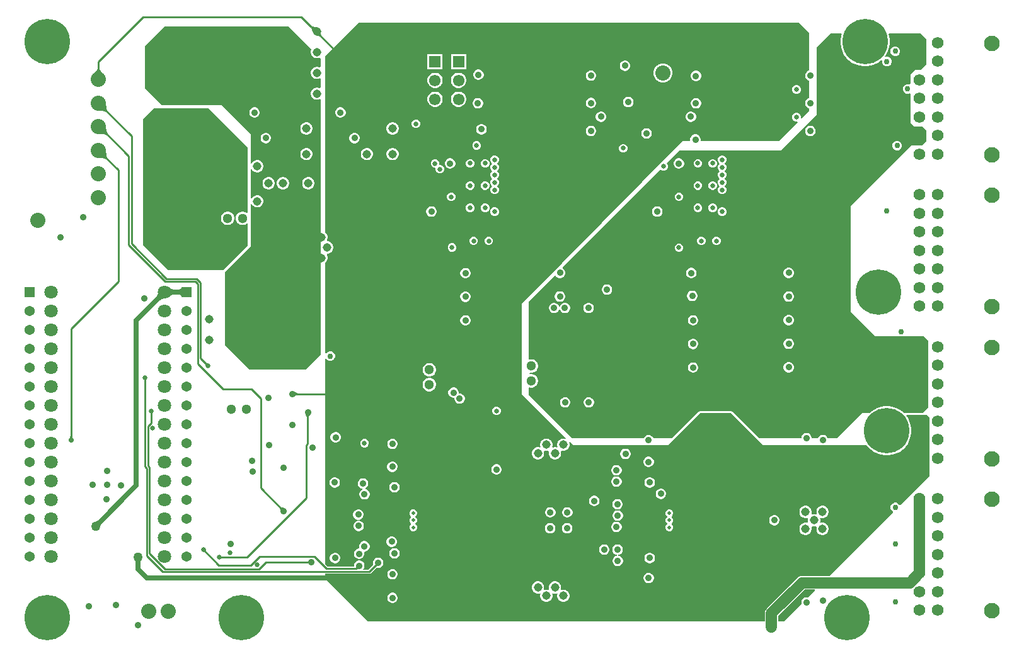
<source format=gbr>
%TF.GenerationSoftware,Altium Limited,Altium Designer,24.1.2 (44)*%
G04 Layer_Physical_Order=4*
G04 Layer_Color=16440176*
%FSLAX45Y45*%
%MOMM*%
%TF.SameCoordinates,12E9634C-A8E6-484A-B1C3-FEDB1742B245*%
%TF.FilePolarity,Positive*%
%TF.FileFunction,Copper,L4,Inr,Signal*%
%TF.Part,Single*%
G01*
G75*
%TA.AperFunction,Conductor*%
%ADD59C,0.25400*%
%ADD60C,0.63500*%
%TA.AperFunction,ComponentPad*%
%ADD68R,1.55000X1.55000*%
%ADD69C,1.55000*%
%ADD70C,9.50000*%
%ADD71C,1.56000*%
%ADD72C,2.10000*%
%ADD73R,1.37000X1.37000*%
%ADD74C,1.37000*%
%ADD75C,1.80000*%
%ADD77C,6.10000*%
%ADD78C,1.30000*%
%ADD79C,2.03200*%
%TA.AperFunction,TestPad*%
%ADD80C,2.03200*%
%TA.AperFunction,ViaPad*%
%ADD81C,0.88900*%
%ADD82C,0.63500*%
%ADD83C,1.27000*%
%ADD84C,1.14300*%
%ADD85C,0.76200*%
%ADD86C,0.50000*%
%ADD87C,0.71120*%
%TA.AperFunction,Conductor*%
%ADD105C,1.52400*%
G36*
X10467956Y13721547D02*
X10420973Y13656786D01*
X10400533Y13711507D01*
X10415558Y13732402D01*
X10467956Y13721547D01*
D02*
G37*
G36*
X10532873Y13648737D02*
X10532356Y13642192D01*
X10532297Y13636018D01*
X10532696Y13630220D01*
X10533552Y13624794D01*
X10534867Y13619740D01*
X10536639Y13615060D01*
X10538869Y13610753D01*
X10541557Y13606819D01*
X10544702Y13603258D01*
X10523807Y13588232D01*
X10520660Y13591037D01*
X10516996Y13593672D01*
X10512815Y13596140D01*
X10508118Y13598436D01*
X10502904Y13600565D01*
X10497174Y13602524D01*
X10484163Y13605936D01*
X10476882Y13607388D01*
X10469085Y13608673D01*
X10533847Y13655656D01*
X10532873Y13648737D01*
D02*
G37*
G36*
X10403123Y13422075D02*
X10400576Y13417664D01*
X10394950Y13396667D01*
Y13374931D01*
X10400576Y13353937D01*
X10411444Y13335114D01*
X10426813Y13319743D01*
X10445637Y13308876D01*
X10466632Y13303250D01*
X10488368D01*
X10509363Y13308876D01*
X10513775Y13311423D01*
X10528300Y13296896D01*
Y13187056D01*
X10515600Y13179723D01*
X10509363Y13183324D01*
X10488368Y13188950D01*
X10466632D01*
X10445637Y13183324D01*
X10426813Y13172456D01*
X10411444Y13157088D01*
X10400576Y13138263D01*
X10394950Y13117268D01*
Y13095532D01*
X10400576Y13074538D01*
X10411444Y13055713D01*
X10426813Y13040344D01*
X10445637Y13029475D01*
X10466632Y13023849D01*
X10488368D01*
X10509363Y13029475D01*
X10515600Y13033076D01*
X10528300Y13025745D01*
Y12907655D01*
X10515600Y12900323D01*
X10509363Y12903925D01*
X10488368Y12909550D01*
X10466632D01*
X10445637Y12903925D01*
X10426813Y12893056D01*
X10411444Y12877687D01*
X10400576Y12858862D01*
X10394950Y12837868D01*
Y12816132D01*
X10400576Y12795137D01*
X10411444Y12776313D01*
X10426813Y12760944D01*
X10445637Y12750076D01*
X10466632Y12744450D01*
X10488368D01*
X10509363Y12750076D01*
X10515600Y12753677D01*
X10528300Y12746344D01*
X10528300Y9321799D01*
X10325100Y9118600D01*
X9575800D01*
X9246347Y9448053D01*
Y10058400D01*
X9245600Y10062153D01*
Y10426700D01*
X9588500Y10769600D01*
Y11338925D01*
X9590169Y11339981D01*
X9607115Y11335838D01*
X9611344Y11328513D01*
X9626713Y11313144D01*
X9645537Y11302276D01*
X9666532Y11296650D01*
X9688268D01*
X9709263Y11302276D01*
X9728087Y11313144D01*
X9743456Y11328513D01*
X9754324Y11347337D01*
X9759950Y11368332D01*
Y11390068D01*
X9754324Y11411063D01*
X9743456Y11429887D01*
X9728087Y11445256D01*
X9709263Y11456124D01*
X9688268Y11461750D01*
X9666532D01*
X9645537Y11456124D01*
X9626713Y11445256D01*
X9611344Y11429887D01*
X9607115Y11422562D01*
X9590169Y11418419D01*
X9588500Y11419475D01*
Y11808825D01*
X9590169Y11809881D01*
X9607115Y11805738D01*
X9611344Y11798413D01*
X9626713Y11783044D01*
X9645537Y11772176D01*
X9666532Y11766550D01*
X9688268D01*
X9709263Y11772176D01*
X9728087Y11783044D01*
X9743456Y11798413D01*
X9754324Y11817237D01*
X9759950Y11838232D01*
Y11859968D01*
X9754324Y11880963D01*
X9743456Y11899787D01*
X9728087Y11915156D01*
X9709263Y11926024D01*
X9688268Y11931650D01*
X9666532D01*
X9645537Y11926024D01*
X9626713Y11915156D01*
X9611344Y11899787D01*
X9607115Y11892462D01*
X9590169Y11888319D01*
X9588500Y11889375D01*
Y12280900D01*
X9194800Y12674600D01*
X8394700D01*
X8166100Y12903200D01*
Y13462000D01*
X8432800Y13728700D01*
X10096500D01*
X10403123Y13422075D01*
D02*
G37*
G36*
X7557084Y13172621D02*
X7558837Y13165472D01*
X7561758Y13157819D01*
X7565847Y13149657D01*
X7571105Y13140990D01*
X7577531Y13131816D01*
X7585126Y13122136D01*
X7603820Y13101256D01*
X7614920Y13090057D01*
X7472680D01*
X7483780Y13101256D01*
X7510069Y13131816D01*
X7516495Y13140990D01*
X7521753Y13149657D01*
X7525842Y13157819D01*
X7528763Y13165472D01*
X7530516Y13172621D01*
X7531100Y13179263D01*
X7556500D01*
X7557084Y13172621D01*
D02*
G37*
G36*
X17522432Y13639799D02*
X17529897Y13629526D01*
X17521236Y13602869D01*
X17513100Y13551503D01*
Y13499496D01*
X17521236Y13448131D01*
X17537308Y13398669D01*
X17560918Y13352333D01*
X17591486Y13310258D01*
X17628259Y13273485D01*
X17670332Y13242917D01*
X17716670Y13219307D01*
X17766132Y13203236D01*
X17817497Y13195100D01*
X17869502D01*
X17920869Y13203236D01*
X17970329Y13219307D01*
X18016667Y13242917D01*
X18058742Y13273485D01*
X18060367Y13275111D01*
X18064867Y13273698D01*
X18072099Y13268883D01*
Y13246169D01*
X18081767Y13222830D01*
X18099631Y13204967D01*
X18122969Y13195300D01*
X18148232D01*
X18171570Y13204967D01*
X18189433Y13222830D01*
X18199100Y13246169D01*
Y13271431D01*
X18189433Y13294769D01*
X18171570Y13312633D01*
X18148232Y13322301D01*
X18122969D01*
X18118668Y13320518D01*
X18110497Y13330881D01*
X18126083Y13352333D01*
X18149693Y13398669D01*
X18165764Y13448131D01*
X18173900Y13499496D01*
Y13551503D01*
X18165764Y13602869D01*
X18157103Y13629526D01*
X18164568Y13639799D01*
X18592801Y13639799D01*
X18669000Y13563599D01*
Y13220700D01*
X18592799Y13144501D01*
X18516600D01*
X18453101Y13081000D01*
Y12957198D01*
X18440401Y12948711D01*
X18427631Y12953999D01*
X18402370D01*
X18379030Y12944333D01*
X18361166Y12926469D01*
X18351500Y12903131D01*
Y12877869D01*
X18361166Y12854530D01*
X18379030Y12836667D01*
X18402370Y12827000D01*
X18427631D01*
X18440401Y12832289D01*
X18453101Y12823804D01*
Y12433300D01*
X18503900Y12382500D01*
X18618201D01*
X18669000Y12331700D01*
Y12192000D01*
X18605499Y12128500D01*
X18465800D01*
X17653001Y11315702D01*
X17652997Y9893306D01*
X17983205Y9563100D01*
X18314809D01*
X18316017Y9562600D01*
X18341280D01*
X18342487Y9563100D01*
X18630901D01*
X18694400Y9499600D01*
Y8610600D01*
X18618201Y8534400D01*
X18361555D01*
X18350841Y8545115D01*
X18308768Y8575683D01*
X18262430Y8599293D01*
X18212968Y8615364D01*
X18161603Y8623500D01*
X18109596D01*
X18058231Y8615364D01*
X18008771Y8599293D01*
X17962433Y8575683D01*
X17920358Y8545115D01*
X17909644Y8534400D01*
X17805400D01*
X17462500Y8191500D01*
X17342427D01*
X17341258Y8195861D01*
X17332063Y8211789D01*
X17319058Y8224794D01*
X17303130Y8233990D01*
X17285364Y8238750D01*
X17266972D01*
X17249208Y8233990D01*
X17233279Y8224794D01*
X17220274Y8211789D01*
X17211079Y8195861D01*
X17209911Y8191500D01*
X17125793D01*
Y8203096D01*
X17121033Y8220861D01*
X17111838Y8236789D01*
X17098833Y8249794D01*
X17082906Y8258990D01*
X17065138Y8263750D01*
X17046748D01*
X17028983Y8258990D01*
X17013055Y8249794D01*
X17000050Y8236789D01*
X16990854Y8220861D01*
X16986095Y8203096D01*
Y8191500D01*
X16419626D01*
X16058414Y8552712D01*
X16050012Y8558326D01*
X16040102Y8560298D01*
X15626080D01*
X15616170Y8558326D01*
X15607768Y8552712D01*
X15246556Y8191500D01*
X15000708D01*
X15000290Y8193061D01*
X14991093Y8208989D01*
X14978088Y8221994D01*
X14962161Y8231190D01*
X14944395Y8235950D01*
X14926004D01*
X14908240Y8231190D01*
X14892311Y8221994D01*
X14879306Y8208989D01*
X14870110Y8193061D01*
X14869691Y8191500D01*
X13906500D01*
X13322301Y8775699D01*
Y8866729D01*
X13335001Y8876474D01*
X13346098Y8873500D01*
X13369901D01*
X13392892Y8879660D01*
X13413507Y8891562D01*
X13430338Y8908393D01*
X13442239Y8929007D01*
X13448399Y8951998D01*
Y8975801D01*
X13442239Y8998793D01*
X13430338Y9019407D01*
X13413507Y9036238D01*
X13392892Y9048139D01*
X13369901Y9054300D01*
X13346098D01*
X13339752Y9052599D01*
X13328568Y9061180D01*
Y9066619D01*
X13339752Y9075201D01*
X13346098Y9073500D01*
X13369901D01*
X13392892Y9079661D01*
X13413507Y9091562D01*
X13430338Y9108393D01*
X13442239Y9129007D01*
X13448399Y9151998D01*
Y9175801D01*
X13442239Y9198793D01*
X13430338Y9219407D01*
X13413507Y9236238D01*
X13392892Y9248139D01*
X13369901Y9254300D01*
X13346098D01*
X13335001Y9251326D01*
X13322301Y9261071D01*
X13322299Y10033800D01*
X13668684Y10380185D01*
X13684557Y10378096D01*
X13687567Y10372881D01*
X13700572Y10359876D01*
X13716499Y10350681D01*
X13734265Y10345920D01*
X13752657D01*
X13770422Y10350681D01*
X13786349Y10359876D01*
X13799355Y10372881D01*
X13808551Y10388809D01*
X13813310Y10406575D01*
Y10424966D01*
X13808551Y10442731D01*
X13799355Y10458659D01*
X13786349Y10471664D01*
X13781136Y10474675D01*
X13779047Y10490546D01*
X15097589Y11809089D01*
X15106027Y11800651D01*
X15127032Y11791950D01*
X15149768D01*
X15170773Y11800651D01*
X15186848Y11816727D01*
X15195551Y11837732D01*
Y11860468D01*
X15186848Y11881473D01*
X15178410Y11889911D01*
X15353500Y12065000D01*
X16713200D01*
X17195799Y12547600D01*
Y13449300D01*
X17386301Y13639799D01*
X17522432D01*
D02*
G37*
G36*
X7645465Y12683216D02*
X7648485Y12643018D01*
X7650428Y12631987D01*
X7652839Y12622140D01*
X7655718Y12613478D01*
X7659065Y12606000D01*
X7662881Y12599706D01*
X7667164Y12594596D01*
X7649204Y12576636D01*
X7644094Y12580919D01*
X7637800Y12584735D01*
X7630322Y12588082D01*
X7621660Y12590961D01*
X7611813Y12593372D01*
X7600782Y12595315D01*
X7588567Y12596789D01*
X7560584Y12598335D01*
X7544816Y12598405D01*
X7645395Y12698984D01*
X7645465Y12683216D01*
D02*
G37*
G36*
X17094200Y13639799D02*
Y13138560D01*
X17083232Y13135622D01*
X17067303Y13126427D01*
X17054298Y13113422D01*
X17045103Y13097493D01*
X17040343Y13079729D01*
Y13061336D01*
X17045103Y13043571D01*
X17054298Y13027643D01*
X17067303Y13014638D01*
X17083232Y13005441D01*
X17094200Y13002502D01*
Y12767020D01*
X17080414Y12763326D01*
X17064487Y12754130D01*
X17051482Y12741125D01*
X17042285Y12725197D01*
X17037524Y12707432D01*
Y12689040D01*
X17042285Y12671275D01*
X17051482Y12655347D01*
X17064487Y12642342D01*
X17080414Y12633146D01*
X17094200Y12629453D01*
Y12598400D01*
X16990858Y12495059D01*
X16981734Y12499725D01*
X16979515Y12501676D01*
Y12523595D01*
X16970815Y12544600D01*
X16954738Y12560676D01*
X16933733Y12569377D01*
X16910997D01*
X16889992Y12560676D01*
X16873915Y12544600D01*
X16865215Y12523595D01*
Y12500859D01*
X16873915Y12479854D01*
X16889992Y12463777D01*
X16910997Y12455077D01*
X16932916D01*
X16934866Y12452858D01*
X16939532Y12443733D01*
X16687801Y12192000D01*
X15640022D01*
X15633832Y12200067D01*
Y12218459D01*
X15629071Y12236224D01*
X15619876Y12252152D01*
X15606870Y12265157D01*
X15590942Y12274353D01*
X15573177Y12279113D01*
X15554787D01*
X15537019Y12274353D01*
X15521094Y12265157D01*
X15508089Y12252152D01*
X15498892Y12236224D01*
X15494131Y12218459D01*
Y12200067D01*
X15487941Y12192000D01*
X15391425D01*
X13233400Y10000254D01*
Y8785860D01*
X13824667Y8194592D01*
X13818094Y8183205D01*
X13801878Y8187550D01*
X13780144D01*
X13759148Y8181924D01*
X13740324Y8171056D01*
X13724956Y8155687D01*
X13714087Y8136863D01*
X13708461Y8115868D01*
Y8094132D01*
X13712386Y8079490D01*
X13702222Y8069327D01*
X13687579Y8073250D01*
X13665843D01*
X13651201Y8069327D01*
X13641039Y8079490D01*
X13644962Y8094132D01*
Y8115868D01*
X13639336Y8136863D01*
X13628468Y8155687D01*
X13613098Y8171056D01*
X13594273Y8181924D01*
X13573279Y8187550D01*
X13551543D01*
X13530548Y8181924D01*
X13511725Y8171056D01*
X13496355Y8155687D01*
X13485487Y8136863D01*
X13479861Y8115868D01*
Y8094132D01*
X13483784Y8079490D01*
X13473622Y8069327D01*
X13458978Y8073250D01*
X13437244D01*
X13416248Y8067624D01*
X13397424Y8056756D01*
X13382056Y8041387D01*
X13371187Y8022563D01*
X13365561Y8001568D01*
Y7979832D01*
X13371187Y7958837D01*
X13382056Y7940013D01*
X13397424Y7924644D01*
X13416248Y7913776D01*
X13437244Y7908150D01*
X13458978D01*
X13479974Y7913776D01*
X13498798Y7924644D01*
X13514168Y7940013D01*
X13525035Y7958837D01*
X13530661Y7979832D01*
Y8001568D01*
X13526738Y8016210D01*
X13536900Y8026374D01*
X13551543Y8022450D01*
X13573279D01*
X13587923Y8026374D01*
X13598085Y8016210D01*
X13594160Y8001568D01*
Y7979832D01*
X13599786Y7958837D01*
X13610655Y7940013D01*
X13626025Y7924644D01*
X13644849Y7913776D01*
X13665843Y7908150D01*
X13687579D01*
X13708574Y7913776D01*
X13727399Y7924644D01*
X13742767Y7940013D01*
X13753635Y7958837D01*
X13759261Y7979832D01*
Y8001568D01*
X13755338Y8016210D01*
X13765501Y8026374D01*
X13780144Y8022450D01*
X13801878D01*
X13822874Y8028076D01*
X13841698Y8038944D01*
X13857068Y8054313D01*
X13867935Y8073137D01*
X13873561Y8094132D01*
Y8115868D01*
X13869215Y8132083D01*
X13880603Y8138657D01*
X13916660Y8102600D01*
X14905486D01*
X14908240Y8101010D01*
X14926004Y8096250D01*
X14944395D01*
X14962161Y8101010D01*
X14964915Y8102600D01*
X15194281D01*
X15626080Y8534400D01*
X16040102D01*
X16471901Y8102600D01*
X17253725D01*
X17266972Y8099050D01*
X17285364D01*
X17298613Y8102600D01*
X17856200D01*
X17866180Y8101814D01*
X17883585Y8077859D01*
X17920358Y8041085D01*
X17962433Y8010517D01*
X18008771Y7986907D01*
X18058231Y7970836D01*
X18109596Y7962700D01*
X18161603D01*
X18212968Y7970836D01*
X18262430Y7986907D01*
X18308768Y8010517D01*
X18350841Y8041085D01*
X18387614Y8077859D01*
X18418182Y8119933D01*
X18441792Y8166270D01*
X18457864Y8215731D01*
X18466000Y8267097D01*
Y8319103D01*
X18457864Y8370469D01*
X18441792Y8419930D01*
X18418182Y8466267D01*
X18396725Y8495802D01*
X18403197Y8508502D01*
X18618201D01*
X18620702Y8509000D01*
X18669000D01*
X18707100Y8470900D01*
Y7683500D01*
X18317349Y7293750D01*
X18304893Y7296227D01*
X18304233Y7297822D01*
X18286369Y7315685D01*
X18263031Y7325352D01*
X18237769D01*
X18214430Y7315685D01*
X18196567Y7297822D01*
X18186900Y7274483D01*
Y7249221D01*
X18196567Y7225882D01*
X18214044Y7208405D01*
X18216393Y7205515D01*
X18218503Y7194903D01*
X17361667Y6338067D01*
X16997438D01*
X16974231Y6335012D01*
X16952605Y6326054D01*
X16934035Y6311804D01*
X16522797Y5900566D01*
X16508546Y5881995D01*
X16499588Y5860369D01*
X16496533Y5837162D01*
Y5727700D01*
X11163300D01*
X10591800Y6299199D01*
Y6368552D01*
X11178761D01*
X11188672Y6370524D01*
X11197074Y6376138D01*
X11273897Y6452961D01*
X11274850Y6452410D01*
X11292615Y6447650D01*
X11311007D01*
X11328772Y6452410D01*
X11344700Y6461606D01*
X11357705Y6474611D01*
X11366901Y6490539D01*
X11371661Y6508304D01*
Y6526696D01*
X11366901Y6544461D01*
X11357705Y6560389D01*
X11344700Y6573394D01*
X11328772Y6582590D01*
X11311007Y6587350D01*
X11292615D01*
X11274850Y6582590D01*
X11258922Y6573394D01*
X11245917Y6560389D01*
X11236721Y6544461D01*
X11231961Y6526696D01*
Y6508304D01*
X11236721Y6490539D01*
X11237272Y6489585D01*
X11168034Y6420348D01*
X11106675D01*
X11101414Y6433048D01*
X11103705Y6435339D01*
X11112901Y6451266D01*
X11117661Y6469032D01*
Y6487423D01*
X11112901Y6505189D01*
X11103705Y6521116D01*
X11090700Y6534122D01*
X11074772Y6543317D01*
X11057007Y6548078D01*
X11038615D01*
X11020850Y6543317D01*
X11004922Y6534122D01*
X10991917Y6521116D01*
X10982721Y6505189D01*
X10977961Y6487423D01*
Y6469032D01*
X10974712Y6464798D01*
X10620848D01*
X10591800Y6493846D01*
X10591800Y9256234D01*
X10601961Y9259308D01*
X10604500Y9259445D01*
X10621878Y9242067D01*
X10645217Y9232400D01*
X10670479D01*
X10693818Y9242067D01*
X10711681Y9259930D01*
X10721348Y9283269D01*
Y9308531D01*
X10711681Y9331870D01*
X10693818Y9349733D01*
X10670479Y9359400D01*
X10645217D01*
X10621878Y9349733D01*
X10604500Y9332354D01*
X10601961Y9332491D01*
X10591800Y9335566D01*
X10591799Y10235797D01*
Y10551257D01*
X10607056Y10566513D01*
X10617924Y10585337D01*
X10623550Y10606332D01*
Y10628068D01*
X10617924Y10649063D01*
X10610657Y10661650D01*
X10617907Y10674350D01*
X10628068D01*
X10649063Y10679976D01*
X10667887Y10690844D01*
X10683256Y10706213D01*
X10694124Y10725037D01*
X10699750Y10746032D01*
Y10767768D01*
X10694124Y10788763D01*
X10683256Y10807587D01*
X10667887Y10822956D01*
X10649063Y10833824D01*
X10628068Y10839450D01*
X10617907D01*
X10610657Y10852150D01*
X10617924Y10864737D01*
X10623550Y10885732D01*
Y10907468D01*
X10617924Y10928463D01*
X10607056Y10947287D01*
X10591799Y10962543D01*
Y13334999D01*
X11036300Y13779500D01*
X16954500Y13779500D01*
X17094200Y13639799D01*
D02*
G37*
G36*
X7646568Y12374053D02*
X7652682Y12332573D01*
X7655276Y12321333D01*
X7658149Y12311387D01*
X7661300Y12302734D01*
X7664729Y12295375D01*
X7668437Y12289309D01*
X7672423Y12284538D01*
X7656069Y12264971D01*
X7650700Y12269481D01*
X7644252Y12273353D01*
X7636724Y12276589D01*
X7628116Y12279187D01*
X7618428Y12281148D01*
X7607660Y12282471D01*
X7595813Y12283158D01*
X7582886Y12283207D01*
X7553792Y12281393D01*
X7645087Y12390468D01*
X7646568Y12374053D01*
D02*
G37*
G36*
X7645465Y12048216D02*
X7648485Y12008018D01*
X7650428Y11996987D01*
X7652839Y11987140D01*
X7655718Y11978478D01*
X7659065Y11971000D01*
X7662881Y11964706D01*
X7667164Y11959596D01*
X7649204Y11941636D01*
X7644094Y11945919D01*
X7637800Y11949735D01*
X7630322Y11953082D01*
X7621660Y11955961D01*
X7611813Y11958372D01*
X7600782Y11960315D01*
X7588567Y11961789D01*
X7560584Y11963335D01*
X7544816Y11963405D01*
X7645395Y12063984D01*
X7645465Y12048216D01*
D02*
G37*
G36*
X9550400Y12103101D02*
Y11225338D01*
X9538667Y11220478D01*
X9535407Y11223738D01*
X9514793Y11235639D01*
X9491801Y11241800D01*
X9467999D01*
X9445007Y11235639D01*
X9424393Y11223738D01*
X9407562Y11206907D01*
X9395661Y11186293D01*
X9389500Y11163301D01*
Y11139498D01*
X9395661Y11116507D01*
X9407562Y11095893D01*
X9424393Y11079062D01*
X9445007Y11067160D01*
X9467999Y11061000D01*
X9491801D01*
X9514793Y11067160D01*
X9535407Y11079062D01*
X9538667Y11082322D01*
X9550400Y11077461D01*
Y10782300D01*
X9220200Y10452100D01*
X8483600D01*
X8140700Y10795000D01*
Y12484100D01*
X8286750Y12630150D01*
X9023350D01*
X9550400Y12103101D01*
D02*
G37*
G36*
X8503326Y10217062D02*
X8509832Y10211750D01*
X8516593Y10207062D01*
X8523606Y10203000D01*
X8530873Y10199563D01*
X8538394Y10196750D01*
X8546169Y10194563D01*
X8554197Y10193000D01*
X8562478Y10192062D01*
X8571014Y10191750D01*
Y10128250D01*
X8562478Y10127938D01*
X8554197Y10127000D01*
X8546169Y10125437D01*
X8538394Y10123250D01*
X8530873Y10120437D01*
X8523606Y10117000D01*
X8516593Y10112938D01*
X8509832Y10108250D01*
X8503326Y10102938D01*
X8497073Y10097000D01*
Y10223000D01*
X8503326Y10217062D01*
D02*
G37*
G36*
X8657010Y10096500D02*
X8656372Y10102532D01*
X8654457Y10107930D01*
X8651267Y10112692D01*
X8646801Y10116820D01*
X8641058Y10120312D01*
X8634040Y10123170D01*
X8625745Y10125392D01*
X8616175Y10126980D01*
X8605328Y10127933D01*
X8593205Y10128250D01*
Y10191750D01*
X8605328Y10192068D01*
X8616175Y10193020D01*
X8625745Y10194607D01*
X8634040Y10196830D01*
X8641058Y10199688D01*
X8646801Y10203180D01*
X8651267Y10207308D01*
X8654457Y10212070D01*
X8656372Y10217467D01*
X8657010Y10223500D01*
Y10096500D01*
D02*
G37*
G36*
X8431900Y10070004D02*
X8423280Y10069781D01*
X8414923Y10068937D01*
X8406828Y10067472D01*
X8398996Y10065385D01*
X8391426Y10062677D01*
X8384120Y10059347D01*
X8377075Y10055397D01*
X8370294Y10050825D01*
X8363775Y10045632D01*
X8357519Y10039818D01*
X8312618Y10084719D01*
X8318432Y10090975D01*
X8323625Y10097494D01*
X8328197Y10104275D01*
X8332147Y10111320D01*
X8335477Y10118626D01*
X8338185Y10126196D01*
X8340272Y10134028D01*
X8341737Y10142123D01*
X8342581Y10150480D01*
X8342804Y10159100D01*
X8431900Y10070004D01*
D02*
G37*
G36*
X10186380Y8815627D02*
X10190171Y8812578D01*
X10193969Y8809888D01*
X10197774Y8807556D01*
X10201586Y8805584D01*
X10205405Y8803969D01*
X10209232Y8802714D01*
X10213065Y8801817D01*
X10216906Y8801279D01*
X10220754Y8801100D01*
X10221714Y8775700D01*
X10217804Y8775512D01*
X10213943Y8774946D01*
X10210132Y8774003D01*
X10206371Y8772683D01*
X10202660Y8770986D01*
X10198998Y8768912D01*
X10195386Y8766461D01*
X10191824Y8763633D01*
X10188312Y8760428D01*
X10184849Y8756845D01*
X10182596Y8819034D01*
X10186380Y8815627D01*
D02*
G37*
G36*
X10385950Y8502563D02*
X10382049Y8500033D01*
X10378558Y8497334D01*
X10375478Y8494466D01*
X10372808Y8491431D01*
X10370550Y8488227D01*
X10368702Y8484855D01*
X10367264Y8481315D01*
X10366238Y8477607D01*
X10365621Y8473730D01*
X10365416Y8469685D01*
X10340016Y8476155D01*
X10339871Y8479762D01*
X10339434Y8483480D01*
X10338708Y8487309D01*
X10337690Y8491250D01*
X10336381Y8495303D01*
X10334782Y8499468D01*
X10330710Y8508131D01*
X10328238Y8512630D01*
X10325476Y8517241D01*
X10385950Y8502563D01*
D02*
G37*
G36*
X7188322Y8217262D02*
X7188688Y8213979D01*
X7189297Y8210800D01*
X7190151Y8207727D01*
X7191248Y8204759D01*
X7192589Y8201896D01*
X7194174Y8199138D01*
X7196003Y8196485D01*
X7198076Y8193938D01*
X7200392Y8191495D01*
X7150608D01*
X7152924Y8193938D01*
X7154997Y8196485D01*
X7156826Y8199138D01*
X7158411Y8201896D01*
X7159752Y8204759D01*
X7160849Y8207727D01*
X7161703Y8210800D01*
X7162312Y8213979D01*
X7162678Y8217262D01*
X7162800Y8220651D01*
X7188200D01*
X7188322Y8217262D01*
D02*
G37*
G36*
X9995875Y7268946D02*
X9998989Y7266613D01*
X10002344Y7264560D01*
X10005939Y7262788D01*
X10009774Y7261297D01*
X10013850Y7260086D01*
X10018166Y7259155D01*
X10022722Y7258506D01*
X10027519Y7258136D01*
X10032555Y7258048D01*
X9988552Y7214044D01*
X9988464Y7219081D01*
X9988094Y7223878D01*
X9987445Y7228434D01*
X9986514Y7232750D01*
X9985303Y7236826D01*
X9983812Y7240661D01*
X9982040Y7244256D01*
X9979987Y7247611D01*
X9977654Y7250725D01*
X9975041Y7253599D01*
X9993001Y7271559D01*
X9995875Y7268946D01*
D02*
G37*
G36*
X7593977Y7053776D02*
X7589237Y7048856D01*
X7581264Y7039447D01*
X7578032Y7034957D01*
X7575303Y7030612D01*
X7573076Y7026409D01*
X7571352Y7022350D01*
X7570131Y7018435D01*
X7569413Y7014663D01*
X7569197Y7011035D01*
X7506335Y7073897D01*
X7509963Y7074113D01*
X7513735Y7074831D01*
X7517650Y7076052D01*
X7521709Y7077776D01*
X7525912Y7080003D01*
X7530257Y7082732D01*
X7534747Y7085964D01*
X7539380Y7089699D01*
X7549076Y7098677D01*
X7593977Y7053776D01*
D02*
G37*
G36*
X17170599Y6147000D02*
X17074927Y6051327D01*
X17065138Y6053950D01*
X17046748D01*
X17028983Y6049190D01*
X17013055Y6039994D01*
X17000050Y6026989D01*
X16990854Y6011061D01*
X16986095Y5993296D01*
Y5974904D01*
X16988716Y5965116D01*
X16751300Y5727700D01*
X16675867D01*
Y5800020D01*
X17034579Y6158733D01*
X17165739D01*
X17170599Y6147000D01*
D02*
G37*
%LPC*%
G36*
X9648496Y12642850D02*
X9630104D01*
X9612339Y12638090D01*
X9596411Y12628894D01*
X9583406Y12615889D01*
X9574210Y12599961D01*
X9569450Y12582196D01*
Y12563804D01*
X9574210Y12546039D01*
X9583406Y12530111D01*
X9596411Y12517106D01*
X9612339Y12507910D01*
X9630104Y12503150D01*
X9648496D01*
X9666261Y12507910D01*
X9682189Y12517106D01*
X9695194Y12530111D01*
X9704390Y12546039D01*
X9709150Y12563804D01*
Y12582196D01*
X9704390Y12599961D01*
X9695194Y12615889D01*
X9682189Y12628894D01*
X9666261Y12638090D01*
X9648496Y12642850D01*
D02*
G37*
G36*
X10348668Y12439650D02*
X10326932D01*
X10305937Y12434024D01*
X10287113Y12423156D01*
X10271744Y12407787D01*
X10260876Y12388963D01*
X10255250Y12367968D01*
Y12346232D01*
X10260876Y12325237D01*
X10271744Y12306413D01*
X10287113Y12291044D01*
X10305937Y12280176D01*
X10326932Y12274550D01*
X10348668D01*
X10369663Y12280176D01*
X10388487Y12291044D01*
X10403856Y12306413D01*
X10414724Y12325237D01*
X10420350Y12346232D01*
Y12367968D01*
X10414724Y12388963D01*
X10403856Y12407787D01*
X10388487Y12423156D01*
X10369663Y12434024D01*
X10348668Y12439650D01*
D02*
G37*
G36*
X9800896Y12298186D02*
X9782504D01*
X9764739Y12293426D01*
X9748811Y12284230D01*
X9735806Y12271225D01*
X9726610Y12255297D01*
X9721850Y12237532D01*
Y12219140D01*
X9726610Y12201375D01*
X9735806Y12185447D01*
X9748811Y12172442D01*
X9764739Y12163246D01*
X9782504Y12158486D01*
X9800896D01*
X9818661Y12163246D01*
X9834589Y12172442D01*
X9847594Y12185447D01*
X9856790Y12201375D01*
X9861550Y12219140D01*
Y12237532D01*
X9856790Y12255297D01*
X9847594Y12271225D01*
X9834589Y12284230D01*
X9818661Y12293426D01*
X9800896Y12298186D01*
D02*
G37*
G36*
X10348668Y12096750D02*
X10326932D01*
X10305937Y12091124D01*
X10287113Y12080256D01*
X10271744Y12064887D01*
X10260876Y12046063D01*
X10255250Y12025068D01*
Y12003332D01*
X10260876Y11982337D01*
X10271744Y11963513D01*
X10287113Y11948144D01*
X10305937Y11937276D01*
X10326932Y11931650D01*
X10348668D01*
X10369663Y11937276D01*
X10388487Y11948144D01*
X10403856Y11963513D01*
X10414724Y11982337D01*
X10420350Y12003332D01*
Y12025068D01*
X10414724Y12046063D01*
X10403856Y12064887D01*
X10388487Y12080256D01*
X10369663Y12091124D01*
X10348668Y12096750D01*
D02*
G37*
G36*
X10374068Y11703050D02*
X10352332D01*
X10331337Y11697424D01*
X10312513Y11686556D01*
X10297144Y11671187D01*
X10286276Y11652363D01*
X10280650Y11631368D01*
Y11609632D01*
X10286276Y11588637D01*
X10297144Y11569813D01*
X10312513Y11554444D01*
X10331337Y11543576D01*
X10352332Y11537950D01*
X10374068D01*
X10395063Y11543576D01*
X10413887Y11554444D01*
X10429256Y11569813D01*
X10440124Y11588637D01*
X10445750Y11609632D01*
Y11631368D01*
X10440124Y11652363D01*
X10429256Y11671187D01*
X10413887Y11686556D01*
X10395063Y11697424D01*
X10374068Y11703050D01*
D02*
G37*
G36*
X10031168D02*
X10009432D01*
X9988437Y11697424D01*
X9969613Y11686556D01*
X9954244Y11671187D01*
X9943376Y11652363D01*
X9937750Y11631368D01*
Y11609632D01*
X9943376Y11588637D01*
X9954244Y11569813D01*
X9969613Y11554444D01*
X9988437Y11543576D01*
X10009432Y11537950D01*
X10031168D01*
X10052163Y11543576D01*
X10070987Y11554444D01*
X10086356Y11569813D01*
X10097224Y11588637D01*
X10102850Y11609632D01*
Y11631368D01*
X10097224Y11652363D01*
X10086356Y11671187D01*
X10070987Y11686556D01*
X10052163Y11697424D01*
X10031168Y11703050D01*
D02*
G37*
G36*
X9840668D02*
X9818932D01*
X9797937Y11697424D01*
X9779113Y11686556D01*
X9763744Y11671187D01*
X9752876Y11652363D01*
X9747250Y11631368D01*
Y11609632D01*
X9752876Y11588637D01*
X9763744Y11569813D01*
X9779113Y11554444D01*
X9797937Y11543576D01*
X9818932Y11537950D01*
X9840668D01*
X9861663Y11543576D01*
X9880487Y11554444D01*
X9895856Y11569813D01*
X9906724Y11588637D01*
X9912350Y11609632D01*
Y11631368D01*
X9906724Y11652363D01*
X9895856Y11671187D01*
X9880487Y11686556D01*
X9861663Y11697424D01*
X9840668Y11703050D01*
D02*
G37*
G36*
X18263031Y13459451D02*
X18237769D01*
X18214430Y13449785D01*
X18196567Y13431921D01*
X18186900Y13408583D01*
Y13383321D01*
X18196567Y13359982D01*
X18214430Y13342119D01*
X18237769Y13332452D01*
X18263031D01*
X18286369Y13342119D01*
X18304233Y13359982D01*
X18313901Y13383321D01*
Y13408583D01*
X18304233Y13431921D01*
X18286369Y13449785D01*
X18263031Y13459451D01*
D02*
G37*
G36*
X17116571Y12395200D02*
X17098180D01*
X17080414Y12390440D01*
X17064487Y12381244D01*
X17051482Y12368239D01*
X17042285Y12352311D01*
X17037524Y12334546D01*
Y12316154D01*
X17042285Y12298389D01*
X17051482Y12282461D01*
X17064487Y12269456D01*
X17080414Y12260260D01*
X17098180Y12255500D01*
X17116571D01*
X17134335Y12260260D01*
X17150264Y12269456D01*
X17163269Y12282461D01*
X17172466Y12298389D01*
X17177225Y12316154D01*
Y12334546D01*
X17172466Y12352311D01*
X17163269Y12368239D01*
X17150264Y12381244D01*
X17134335Y12390440D01*
X17116571Y12395200D01*
D02*
G37*
G36*
X18287930Y12192000D02*
X18262669D01*
X18239330Y12182333D01*
X18221468Y12164470D01*
X18211800Y12141131D01*
Y12115869D01*
X18221468Y12092530D01*
X18239330Y12074667D01*
X18262669Y12065000D01*
X18287930D01*
X18311270Y12074667D01*
X18329134Y12092530D01*
X18338800Y12115869D01*
Y12141131D01*
X18329134Y12164470D01*
X18311270Y12182333D01*
X18287930Y12192000D01*
D02*
G37*
G36*
X15807468Y11947170D02*
X15784732D01*
X15763727Y11938469D01*
X15747650Y11922393D01*
X15738950Y11901388D01*
Y11878652D01*
X15747650Y11857647D01*
X15763727Y11841570D01*
X15784732Y11832870D01*
X15807468D01*
X15828473Y11841570D01*
X15844550Y11857647D01*
X15853250Y11878652D01*
Y11901388D01*
X15844550Y11922393D01*
X15828473Y11938469D01*
X15807468Y11947170D01*
D02*
G37*
G36*
X15607468D02*
X15584732D01*
X15563727Y11938469D01*
X15547650Y11922393D01*
X15538950Y11901388D01*
Y11878652D01*
X15547650Y11857647D01*
X15563727Y11841570D01*
X15584732Y11832870D01*
X15607468D01*
X15628473Y11841570D01*
X15644550Y11857647D01*
X15653250Y11878652D01*
Y11901388D01*
X15644550Y11922393D01*
X15628473Y11938469D01*
X15607468Y11947170D01*
D02*
G37*
G36*
X15350797Y11957050D02*
X15332404D01*
X15314639Y11952290D01*
X15298711Y11943094D01*
X15285706Y11930089D01*
X15276511Y11914161D01*
X15271750Y11896396D01*
Y11878004D01*
X15276511Y11860239D01*
X15285706Y11844311D01*
X15298711Y11831306D01*
X15314639Y11822110D01*
X15332404Y11817350D01*
X15350797D01*
X15368561Y11822110D01*
X15384489Y11831306D01*
X15397495Y11844311D01*
X15406689Y11860239D01*
X15411450Y11878004D01*
Y11896396D01*
X15406689Y11914161D01*
X15397495Y11930089D01*
X15384489Y11943094D01*
X15368561Y11952290D01*
X15350797Y11957050D01*
D02*
G37*
G36*
X15807468Y11647170D02*
X15784732D01*
X15763727Y11638469D01*
X15747650Y11622393D01*
X15738950Y11601388D01*
Y11578652D01*
X15747650Y11557647D01*
X15763727Y11541571D01*
X15784732Y11532870D01*
X15807468D01*
X15828473Y11541571D01*
X15844550Y11557647D01*
X15853250Y11578652D01*
Y11601388D01*
X15844550Y11622393D01*
X15828473Y11638469D01*
X15807468Y11647170D01*
D02*
G37*
G36*
X15607468D02*
X15584732D01*
X15563727Y11638469D01*
X15547650Y11622393D01*
X15538950Y11601388D01*
Y11578652D01*
X15547650Y11557647D01*
X15563727Y11541571D01*
X15584732Y11532870D01*
X15607468D01*
X15628473Y11541571D01*
X15644550Y11557647D01*
X15653250Y11578652D01*
Y11601388D01*
X15644550Y11622393D01*
X15628473Y11638469D01*
X15607468Y11647170D01*
D02*
G37*
G36*
X15934468Y11995150D02*
X15911732D01*
X15890727Y11986449D01*
X15874651Y11970373D01*
X15865950Y11949368D01*
Y11926632D01*
X15874651Y11905627D01*
X15884781Y11895497D01*
X15889413Y11887200D01*
X15884781Y11878903D01*
X15874651Y11868773D01*
X15865950Y11847768D01*
Y11825032D01*
X15874651Y11804027D01*
X15884781Y11793897D01*
X15889413Y11785600D01*
X15884781Y11777303D01*
X15874651Y11767173D01*
X15865950Y11746168D01*
Y11723432D01*
X15874651Y11702427D01*
X15884781Y11692297D01*
X15889413Y11684000D01*
X15884781Y11675703D01*
X15874651Y11665573D01*
X15865950Y11644568D01*
Y11621832D01*
X15874651Y11600827D01*
X15884781Y11590697D01*
X15889413Y11582400D01*
X15884781Y11574103D01*
X15874651Y11563973D01*
X15865950Y11542968D01*
Y11520232D01*
X15874651Y11499227D01*
X15890727Y11483151D01*
X15911732Y11474450D01*
X15934468D01*
X15955473Y11483151D01*
X15971548Y11499227D01*
X15980251Y11520232D01*
Y11542968D01*
X15971548Y11563973D01*
X15961420Y11574103D01*
X15956786Y11582400D01*
X15961420Y11590697D01*
X15971548Y11600827D01*
X15980251Y11621832D01*
Y11644568D01*
X15971548Y11665573D01*
X15961420Y11675703D01*
X15956786Y11684000D01*
X15961420Y11692297D01*
X15971548Y11702427D01*
X15980251Y11723432D01*
Y11746168D01*
X15971548Y11767173D01*
X15961420Y11777303D01*
X15956786Y11785600D01*
X15961420Y11793897D01*
X15971548Y11804027D01*
X15980251Y11825032D01*
Y11847768D01*
X15971548Y11868773D01*
X15961420Y11878903D01*
X15956786Y11887200D01*
X15961420Y11895497D01*
X15971548Y11905627D01*
X15980251Y11926632D01*
Y11949368D01*
X15971548Y11970373D01*
X15955473Y11986449D01*
X15934468Y11995150D01*
D02*
G37*
G36*
X15353735Y11496543D02*
X15331000D01*
X15309995Y11487843D01*
X15293916Y11471766D01*
X15285217Y11450761D01*
Y11428025D01*
X15293916Y11407020D01*
X15309995Y11390944D01*
X15331000Y11382243D01*
X15353735D01*
X15374741Y11390944D01*
X15390816Y11407020D01*
X15399516Y11428025D01*
Y11450761D01*
X15390816Y11471766D01*
X15374741Y11487843D01*
X15353735Y11496543D01*
D02*
G37*
G36*
X15807468Y11347170D02*
X15784732D01*
X15763727Y11338470D01*
X15747650Y11322393D01*
X15738950Y11301388D01*
Y11278652D01*
X15747650Y11257647D01*
X15763727Y11241571D01*
X15784732Y11232870D01*
X15807468D01*
X15828473Y11241571D01*
X15844550Y11257647D01*
X15853250Y11278652D01*
Y11301388D01*
X15844550Y11322393D01*
X15828473Y11338470D01*
X15807468Y11347170D01*
D02*
G37*
G36*
X15607468D02*
X15584732D01*
X15563727Y11338470D01*
X15547650Y11322393D01*
X15538950Y11301388D01*
Y11278652D01*
X15547650Y11257647D01*
X15563727Y11241571D01*
X15584732Y11232870D01*
X15607468D01*
X15628473Y11241571D01*
X15644550Y11257647D01*
X15653250Y11278652D01*
Y11301388D01*
X15644550Y11322393D01*
X15628473Y11338470D01*
X15607468Y11347170D01*
D02*
G37*
G36*
X15934468Y11296650D02*
X15911732D01*
X15890727Y11287949D01*
X15874651Y11271873D01*
X15865950Y11250868D01*
Y11228132D01*
X15874651Y11207127D01*
X15890727Y11191051D01*
X15911732Y11182350D01*
X15934468D01*
X15955473Y11191051D01*
X15971548Y11207127D01*
X15980251Y11228132D01*
Y11250868D01*
X15971548Y11271873D01*
X15955473Y11287949D01*
X15934468Y11296650D01*
D02*
G37*
G36*
X15060870Y11310388D02*
X15042479D01*
X15024713Y11305628D01*
X15008786Y11296432D01*
X14995781Y11283427D01*
X14986584Y11267499D01*
X14981824Y11249734D01*
Y11231343D01*
X14986584Y11213577D01*
X14995781Y11197649D01*
X15008786Y11184644D01*
X15024713Y11175449D01*
X15042479Y11170688D01*
X15060870D01*
X15078636Y11175449D01*
X15094563Y11184644D01*
X15107568Y11197649D01*
X15116763Y11213577D01*
X15121524Y11231343D01*
Y11249734D01*
X15116763Y11267499D01*
X15107568Y11283427D01*
X15094563Y11296432D01*
X15078636Y11305628D01*
X15060870Y11310388D01*
D02*
G37*
G36*
X15857169Y10903450D02*
X15834431D01*
X15813428Y10894750D01*
X15797350Y10878673D01*
X15788651Y10857668D01*
Y10834932D01*
X15797350Y10813927D01*
X15813428Y10797851D01*
X15834431Y10789150D01*
X15857169D01*
X15878172Y10797851D01*
X15894249Y10813927D01*
X15902950Y10834932D01*
Y10857668D01*
X15894249Y10878673D01*
X15878172Y10894750D01*
X15857169Y10903450D01*
D02*
G37*
G36*
X15653967D02*
X15631232D01*
X15610226Y10894750D01*
X15594150Y10878673D01*
X15585451Y10857668D01*
Y10834932D01*
X15594150Y10813927D01*
X15610226Y10797851D01*
X15631232Y10789150D01*
X15653967D01*
X15674973Y10797851D01*
X15691049Y10813927D01*
X15699750Y10834932D01*
Y10857668D01*
X15691049Y10878673D01*
X15674973Y10894750D01*
X15653967Y10903450D01*
D02*
G37*
G36*
X15354567Y10811826D02*
X15331831D01*
X15310828Y10803125D01*
X15294749Y10787049D01*
X15286050Y10766044D01*
Y10743308D01*
X15294749Y10722303D01*
X15310828Y10706226D01*
X15331831Y10697526D01*
X15354567D01*
X15375574Y10706226D01*
X15391649Y10722303D01*
X15400349Y10743308D01*
Y10766044D01*
X15391649Y10787049D01*
X15375574Y10803125D01*
X15354567Y10811826D01*
D02*
G37*
G36*
X16826532Y10485620D02*
X16808141D01*
X16790375Y10480860D01*
X16774448Y10471664D01*
X16761443Y10458659D01*
X16752246Y10442731D01*
X16747485Y10424966D01*
Y10406575D01*
X16752246Y10388809D01*
X16761443Y10372881D01*
X16774448Y10359876D01*
X16790375Y10350681D01*
X16808141Y10345920D01*
X16826532D01*
X16844296Y10350681D01*
X16860225Y10359876D01*
X16873230Y10372881D01*
X16882426Y10388809D01*
X16887186Y10406575D01*
Y10424966D01*
X16882426Y10442731D01*
X16873230Y10458659D01*
X16860225Y10471664D01*
X16844296Y10480860D01*
X16826532Y10485620D01*
D02*
G37*
G36*
X15518993Y10484350D02*
X15500603D01*
X15482835Y10479590D01*
X15466908Y10470394D01*
X15453905Y10457389D01*
X15444708Y10441461D01*
X15439948Y10423696D01*
Y10405304D01*
X15444708Y10387539D01*
X15453905Y10371611D01*
X15466908Y10358606D01*
X15482835Y10349410D01*
X15500603Y10344650D01*
X15518993D01*
X15536758Y10349410D01*
X15552686Y10358606D01*
X15565691Y10371611D01*
X15574887Y10387539D01*
X15579648Y10405304D01*
Y10423696D01*
X15574887Y10441461D01*
X15565691Y10457389D01*
X15552686Y10470394D01*
X15536758Y10479590D01*
X15518993Y10484350D01*
D02*
G37*
G36*
X14384987Y10260707D02*
X14366595D01*
X14348830Y10255947D01*
X14332903Y10246751D01*
X14319897Y10233746D01*
X14310703Y10217818D01*
X14305940Y10200053D01*
Y10181661D01*
X14310703Y10163896D01*
X14319897Y10147968D01*
X14332903Y10134963D01*
X14348830Y10125767D01*
X14366595Y10121007D01*
X14384987D01*
X14402753Y10125767D01*
X14418680Y10134963D01*
X14431685Y10147968D01*
X14440881Y10163896D01*
X14445641Y10181661D01*
Y10200053D01*
X14440881Y10217818D01*
X14431685Y10233746D01*
X14418680Y10246751D01*
X14402753Y10255947D01*
X14384987Y10260707D01*
D02*
G37*
G36*
X15530869Y10175798D02*
X15512476D01*
X15494711Y10171037D01*
X15478783Y10161841D01*
X15465778Y10148836D01*
X15456583Y10132909D01*
X15451822Y10115143D01*
Y10096752D01*
X15456583Y10078986D01*
X15465778Y10063059D01*
X15478783Y10050054D01*
X15494711Y10040858D01*
X15512476Y10036098D01*
X15530869D01*
X15548633Y10040858D01*
X15564561Y10050054D01*
X15577567Y10063059D01*
X15586761Y10078986D01*
X15591522Y10096752D01*
Y10115143D01*
X15586761Y10132909D01*
X15577567Y10148836D01*
X15564561Y10161841D01*
X15548633Y10171037D01*
X15530869Y10175798D01*
D02*
G37*
G36*
X16826532Y10168120D02*
X16808141D01*
X16790375Y10163360D01*
X16774448Y10154164D01*
X16761443Y10141159D01*
X16752246Y10125231D01*
X16747485Y10107466D01*
Y10089075D01*
X16752246Y10071309D01*
X16761443Y10055381D01*
X16774448Y10042376D01*
X16790375Y10033181D01*
X16808141Y10028420D01*
X16826532D01*
X16844296Y10033181D01*
X16860225Y10042376D01*
X16873230Y10055381D01*
X16882426Y10071309D01*
X16887186Y10089075D01*
Y10107466D01*
X16882426Y10125231D01*
X16873230Y10141159D01*
X16860225Y10154164D01*
X16844296Y10163360D01*
X16826532Y10168120D01*
D02*
G37*
G36*
X13752657D02*
X13734265D01*
X13716499Y10163360D01*
X13700572Y10154164D01*
X13687567Y10141159D01*
X13678371Y10125231D01*
X13673611Y10107466D01*
Y10089075D01*
X13678371Y10071309D01*
X13687567Y10055381D01*
X13700572Y10042376D01*
X13716499Y10033181D01*
X13734265Y10028420D01*
X13752657D01*
X13770422Y10033181D01*
X13786349Y10042376D01*
X13799355Y10055381D01*
X13808551Y10071309D01*
X13813310Y10089075D01*
Y10107466D01*
X13808551Y10125231D01*
X13799355Y10141159D01*
X13786349Y10154164D01*
X13770422Y10163360D01*
X13752657Y10168120D01*
D02*
G37*
G36*
X13819945Y10013471D02*
X13801553D01*
X13783789Y10008711D01*
X13767860Y9999515D01*
X13754855Y9986510D01*
X13745660Y9970582D01*
X13744550Y9966436D01*
X13731401D01*
X13730290Y9970582D01*
X13721094Y9986510D01*
X13708089Y9999515D01*
X13692162Y10008711D01*
X13674396Y10013471D01*
X13656004D01*
X13638239Y10008711D01*
X13622311Y9999515D01*
X13609306Y9986510D01*
X13600110Y9970582D01*
X13595351Y9952817D01*
Y9934425D01*
X13600110Y9916660D01*
X13609306Y9900732D01*
X13622311Y9887727D01*
X13638239Y9878531D01*
X13656004Y9873771D01*
X13674396D01*
X13692162Y9878531D01*
X13708089Y9887727D01*
X13721094Y9900732D01*
X13730290Y9916660D01*
X13731401Y9920806D01*
X13744550D01*
X13745660Y9916660D01*
X13754855Y9900732D01*
X13767860Y9887727D01*
X13783789Y9878531D01*
X13801553Y9873771D01*
X13819945D01*
X13837711Y9878531D01*
X13853639Y9887727D01*
X13866644Y9900732D01*
X13875839Y9916660D01*
X13880600Y9934425D01*
Y9952817D01*
X13875839Y9970582D01*
X13866644Y9986510D01*
X13853639Y9999515D01*
X13837711Y10008711D01*
X13819945Y10013471D01*
D02*
G37*
G36*
X14137445D02*
X14119054D01*
X14101289Y10008711D01*
X14085361Y9999515D01*
X14072356Y9986510D01*
X14063161Y9970582D01*
X14058400Y9952817D01*
Y9934425D01*
X14063161Y9916660D01*
X14072356Y9900732D01*
X14085361Y9887727D01*
X14101289Y9878531D01*
X14119054Y9873771D01*
X14137445D01*
X14155211Y9878531D01*
X14171140Y9887727D01*
X14184145Y9900732D01*
X14193340Y9916660D01*
X14198100Y9934425D01*
Y9952817D01*
X14193340Y9970582D01*
X14184145Y9986510D01*
X14171140Y9999515D01*
X14155211Y10008711D01*
X14137445Y10013471D01*
D02*
G37*
G36*
X16826532Y9850620D02*
X16808141D01*
X16790375Y9845860D01*
X16774448Y9836664D01*
X16761443Y9823659D01*
X16752246Y9807731D01*
X16747485Y9789966D01*
Y9771575D01*
X16752246Y9753809D01*
X16761443Y9737881D01*
X16774448Y9724876D01*
X16790375Y9715681D01*
X16808141Y9710920D01*
X16826532D01*
X16844296Y9715681D01*
X16860225Y9724876D01*
X16873230Y9737881D01*
X16882426Y9753809D01*
X16887186Y9771575D01*
Y9789966D01*
X16882426Y9807731D01*
X16873230Y9823659D01*
X16860225Y9836664D01*
X16844296Y9845860D01*
X16826532Y9850620D01*
D02*
G37*
G36*
X15541086Y9848080D02*
X15522694D01*
X15504929Y9843320D01*
X15489001Y9834124D01*
X15475996Y9821119D01*
X15466800Y9805191D01*
X15462041Y9787426D01*
Y9769034D01*
X15466800Y9751269D01*
X15475996Y9735341D01*
X15489001Y9722336D01*
X15504929Y9713140D01*
X15522694Y9708380D01*
X15541086D01*
X15558852Y9713140D01*
X15574779Y9722336D01*
X15587784Y9735341D01*
X15596980Y9751269D01*
X15601740Y9769034D01*
Y9787426D01*
X15596980Y9805191D01*
X15587784Y9821119D01*
X15574779Y9834124D01*
X15558852Y9843320D01*
X15541086Y9848080D01*
D02*
G37*
G36*
X16826532Y9533120D02*
X16808141D01*
X16790375Y9528360D01*
X16774448Y9519164D01*
X16761443Y9506159D01*
X16752246Y9490231D01*
X16747485Y9472466D01*
Y9454075D01*
X16752246Y9436309D01*
X16761443Y9420381D01*
X16774448Y9407376D01*
X16790375Y9398181D01*
X16808141Y9393420D01*
X16826532D01*
X16844296Y9398181D01*
X16860225Y9407376D01*
X16873230Y9420381D01*
X16882426Y9436309D01*
X16887186Y9454075D01*
Y9472466D01*
X16882426Y9490231D01*
X16873230Y9506159D01*
X16860225Y9519164D01*
X16844296Y9528360D01*
X16826532Y9533120D01*
D02*
G37*
G36*
X15541086Y9530580D02*
X15522694D01*
X15504929Y9525820D01*
X15489001Y9516624D01*
X15475996Y9503619D01*
X15466800Y9487691D01*
X15462041Y9469926D01*
Y9451534D01*
X15466800Y9433769D01*
X15475996Y9417841D01*
X15489001Y9404836D01*
X15504929Y9395640D01*
X15522694Y9390880D01*
X15541086D01*
X15558852Y9395640D01*
X15574779Y9404836D01*
X15587784Y9417841D01*
X15596980Y9433769D01*
X15601740Y9451534D01*
Y9469926D01*
X15596980Y9487691D01*
X15587784Y9503619D01*
X15574779Y9516624D01*
X15558852Y9525820D01*
X15541086Y9530580D01*
D02*
G37*
G36*
X16826532Y9215620D02*
X16808141D01*
X16790375Y9210860D01*
X16774448Y9201664D01*
X16761443Y9188659D01*
X16752246Y9172731D01*
X16747485Y9154966D01*
Y9136575D01*
X16752246Y9118809D01*
X16761443Y9102881D01*
X16774448Y9089876D01*
X16790375Y9080681D01*
X16808141Y9075920D01*
X16826532D01*
X16844296Y9080681D01*
X16860225Y9089876D01*
X16873230Y9102881D01*
X16882426Y9118809D01*
X16887186Y9136575D01*
Y9154966D01*
X16882426Y9172731D01*
X16873230Y9188659D01*
X16860225Y9201664D01*
X16844296Y9210860D01*
X16826532Y9215620D01*
D02*
G37*
G36*
X15541086Y9213080D02*
X15522694D01*
X15504929Y9208320D01*
X15489001Y9199124D01*
X15475996Y9186119D01*
X15466800Y9170191D01*
X15462041Y9152426D01*
Y9134034D01*
X15466800Y9116269D01*
X15475996Y9100341D01*
X15489001Y9087336D01*
X15504929Y9078140D01*
X15522694Y9073380D01*
X15541086D01*
X15558852Y9078140D01*
X15574779Y9087336D01*
X15587784Y9100341D01*
X15596980Y9116269D01*
X15601740Y9134034D01*
Y9152426D01*
X15596980Y9170191D01*
X15587784Y9186119D01*
X15574779Y9199124D01*
X15558852Y9208320D01*
X15541086Y9213080D01*
D02*
G37*
G36*
X14139986Y8743899D02*
X14121594D01*
X14103828Y8739139D01*
X14087901Y8729943D01*
X14074896Y8716938D01*
X14065700Y8701011D01*
X14060941Y8683245D01*
Y8664854D01*
X14065700Y8647088D01*
X14074896Y8631161D01*
X14087901Y8618155D01*
X14103828Y8608960D01*
X14121594Y8604199D01*
X14139986D01*
X14157751Y8608960D01*
X14173679Y8618155D01*
X14186684Y8631161D01*
X14195880Y8647088D01*
X14200639Y8664854D01*
Y8683245D01*
X14195880Y8701011D01*
X14186684Y8716938D01*
X14173679Y8729943D01*
X14157751Y8739139D01*
X14139986Y8743899D01*
D02*
G37*
G36*
X13822485D02*
X13804094D01*
X13786330Y8739139D01*
X13770401Y8729943D01*
X13757396Y8716938D01*
X13748199Y8701011D01*
X13743440Y8683245D01*
Y8664854D01*
X13748199Y8647088D01*
X13757396Y8631161D01*
X13770401Y8618155D01*
X13786330Y8608960D01*
X13804094Y8604199D01*
X13822485D01*
X13840251Y8608960D01*
X13856178Y8618155D01*
X13869183Y8631161D01*
X13878380Y8647088D01*
X13883141Y8664854D01*
Y8683245D01*
X13878380Y8701011D01*
X13869183Y8716938D01*
X13856178Y8729943D01*
X13840251Y8739139D01*
X13822485Y8743899D01*
D02*
G37*
G36*
X12485400Y13361700D02*
X12279600D01*
Y13155901D01*
X12485400D01*
Y13361700D01*
D02*
G37*
G36*
X12167900D02*
X11962100D01*
Y13155901D01*
X12167900D01*
Y13361700D01*
D02*
G37*
G36*
X14626897Y13271500D02*
X14608504D01*
X14590739Y13266740D01*
X14574811Y13257544D01*
X14561806Y13244539D01*
X14552609Y13228612D01*
X14547850Y13210846D01*
Y13192455D01*
X14552609Y13174689D01*
X14561806Y13158762D01*
X14574811Y13145757D01*
X14590739Y13136560D01*
X14608504Y13131799D01*
X14626897D01*
X14644661Y13136560D01*
X14660590Y13145757D01*
X14673595Y13158762D01*
X14682790Y13174689D01*
X14687550Y13192455D01*
Y13210846D01*
X14682790Y13228612D01*
X14673595Y13244539D01*
X14660590Y13257544D01*
X14644661Y13266740D01*
X14626897Y13271500D01*
D02*
G37*
G36*
X12658396Y13150850D02*
X12640004D01*
X12622239Y13146091D01*
X12606311Y13136894D01*
X12593306Y13123889D01*
X12584110Y13107961D01*
X12579350Y13090196D01*
Y13071803D01*
X12584110Y13054039D01*
X12593306Y13038110D01*
X12606311Y13025105D01*
X12622239Y13015910D01*
X12640004Y13011150D01*
X12658396D01*
X12676161Y13015910D01*
X12692089Y13025105D01*
X12705094Y13038110D01*
X12714290Y13054039D01*
X12719050Y13071803D01*
Y13090196D01*
X12714290Y13107961D01*
X12705094Y13123889D01*
X12692089Y13136894D01*
X12676161Y13146091D01*
X12658396Y13150850D01*
D02*
G37*
G36*
X14169696Y13138150D02*
X14151305D01*
X14133539Y13133389D01*
X14117612Y13124194D01*
X14104607Y13111189D01*
X14095410Y13095261D01*
X14090649Y13077496D01*
Y13059103D01*
X14095410Y13041339D01*
X14104607Y13025410D01*
X14117612Y13012405D01*
X14133539Y13003210D01*
X14151305Y12998450D01*
X14169696D01*
X14187460Y13003210D01*
X14203389Y13012405D01*
X14216394Y13025410D01*
X14225591Y13041339D01*
X14230350Y13059103D01*
Y13077496D01*
X14225591Y13095261D01*
X14216394Y13111189D01*
X14203389Y13124194D01*
X14187460Y13133389D01*
X14169696Y13138150D01*
D02*
G37*
G36*
X15581047Y13135023D02*
X15562656D01*
X15544890Y13130264D01*
X15528963Y13121068D01*
X15515958Y13108063D01*
X15506761Y13092136D01*
X15502000Y13074370D01*
Y13055978D01*
X15506761Y13038213D01*
X15515958Y13022285D01*
X15528963Y13009280D01*
X15544890Y13000084D01*
X15562656Y12995325D01*
X15581047D01*
X15598811Y13000084D01*
X15614740Y13009280D01*
X15627745Y13022285D01*
X15636942Y13038213D01*
X15641701Y13055978D01*
Y13074370D01*
X15636942Y13092136D01*
X15627745Y13108063D01*
X15614740Y13121068D01*
X15598811Y13130264D01*
X15581047Y13135023D01*
D02*
G37*
G36*
X15142419Y13233400D02*
X15108980D01*
X15076680Y13224745D01*
X15047720Y13208025D01*
X15024075Y13184380D01*
X15007355Y13155420D01*
X14998700Y13123120D01*
Y13089680D01*
X15007355Y13057381D01*
X15024075Y13028419D01*
X15047720Y13004774D01*
X15076680Y12988055D01*
X15108980Y12979401D01*
X15142419D01*
X15174719Y12988055D01*
X15203680Y13004774D01*
X15227325Y13028419D01*
X15244044Y13057381D01*
X15252699Y13089680D01*
Y13123120D01*
X15244044Y13155420D01*
X15227325Y13184380D01*
X15203680Y13208025D01*
X15174719Y13224745D01*
X15142419Y13233400D01*
D02*
G37*
G36*
X12396047Y13107700D02*
X12368953D01*
X12342782Y13100688D01*
X12319318Y13087140D01*
X12300160Y13067982D01*
X12286612Y13044518D01*
X12279600Y13018347D01*
Y12991254D01*
X12286612Y12965082D01*
X12300160Y12941618D01*
X12319318Y12922459D01*
X12342782Y12908913D01*
X12368953Y12901900D01*
X12396047D01*
X12422218Y12908913D01*
X12445682Y12922459D01*
X12464840Y12941618D01*
X12478388Y12965082D01*
X12485400Y12991254D01*
Y13018347D01*
X12478388Y13044518D01*
X12464840Y13067982D01*
X12445682Y13087140D01*
X12422218Y13100688D01*
X12396047Y13107700D01*
D02*
G37*
G36*
X12078547D02*
X12051453D01*
X12025282Y13100688D01*
X12001818Y13087140D01*
X11982660Y13067982D01*
X11969112Y13044518D01*
X11962100Y13018347D01*
Y12991254D01*
X11969112Y12965082D01*
X11982660Y12941618D01*
X12001818Y12922459D01*
X12025282Y12908913D01*
X12051453Y12901900D01*
X12078547D01*
X12104718Y12908913D01*
X12128182Y12922459D01*
X12147340Y12941618D01*
X12160888Y12965082D01*
X12167900Y12991254D01*
Y13018347D01*
X12160888Y13044518D01*
X12147340Y13067982D01*
X12128182Y13087140D01*
X12104718Y13100688D01*
X12078547Y13107700D01*
D02*
G37*
G36*
X16933733Y12938855D02*
X16910997D01*
X16889992Y12930154D01*
X16873915Y12914078D01*
X16865215Y12893073D01*
Y12870337D01*
X16873915Y12849332D01*
X16889992Y12833257D01*
X16910997Y12824554D01*
X16933733D01*
X16954738Y12833257D01*
X16970815Y12849332D01*
X16979515Y12870337D01*
Y12893073D01*
X16970815Y12914078D01*
X16954738Y12930154D01*
X16933733Y12938855D01*
D02*
G37*
G36*
X12396047Y12853700D02*
X12368953D01*
X12342782Y12846687D01*
X12319318Y12833141D01*
X12300160Y12813982D01*
X12286612Y12790518D01*
X12279600Y12764347D01*
Y12737253D01*
X12286612Y12711082D01*
X12300160Y12687618D01*
X12319318Y12668460D01*
X12342782Y12654912D01*
X12368953Y12647900D01*
X12396047D01*
X12422218Y12654912D01*
X12445682Y12668460D01*
X12464840Y12687618D01*
X12478388Y12711082D01*
X12485400Y12737253D01*
Y12764347D01*
X12478388Y12790518D01*
X12464840Y12813982D01*
X12445682Y12833141D01*
X12422218Y12846687D01*
X12396047Y12853700D01*
D02*
G37*
G36*
X12078547D02*
X12051453D01*
X12025282Y12846687D01*
X12001818Y12833141D01*
X11982660Y12813982D01*
X11969112Y12790518D01*
X11962100Y12764347D01*
Y12737253D01*
X11969112Y12711082D01*
X11982660Y12687618D01*
X12001818Y12668460D01*
X12025282Y12654912D01*
X12051453Y12647900D01*
X12078547D01*
X12104718Y12654912D01*
X12128182Y12668460D01*
X12147340Y12687618D01*
X12160888Y12711082D01*
X12167900Y12737253D01*
Y12764347D01*
X12160888Y12790518D01*
X12147340Y12813982D01*
X12128182Y12833141D01*
X12104718Y12846687D01*
X12078547Y12853700D01*
D02*
G37*
G36*
X14670215Y12783950D02*
X14651823D01*
X14634058Y12779190D01*
X14618130Y12769994D01*
X14605125Y12756989D01*
X14595929Y12741061D01*
X14591170Y12723296D01*
Y12704904D01*
X14595929Y12687139D01*
X14605125Y12671211D01*
X14618130Y12658206D01*
X14634058Y12649010D01*
X14651823Y12644250D01*
X14670215D01*
X14687981Y12649010D01*
X14703908Y12658206D01*
X14716913Y12671211D01*
X14726109Y12687139D01*
X14730869Y12704904D01*
Y12723296D01*
X14726109Y12741061D01*
X14716913Y12756989D01*
X14703908Y12769994D01*
X14687981Y12779190D01*
X14670215Y12783950D01*
D02*
G37*
G36*
X14169696Y12769850D02*
X14151305D01*
X14133539Y12765090D01*
X14117612Y12755894D01*
X14104607Y12742889D01*
X14095410Y12726961D01*
X14090649Y12709196D01*
Y12690804D01*
X14095410Y12673039D01*
X14104607Y12657111D01*
X14117612Y12644106D01*
X14133539Y12634910D01*
X14151305Y12630150D01*
X14169696D01*
X14187460Y12634910D01*
X14203389Y12644106D01*
X14216394Y12657111D01*
X14225591Y12673039D01*
X14230350Y12690804D01*
Y12709196D01*
X14225591Y12726961D01*
X14216394Y12742889D01*
X14203389Y12755894D01*
X14187460Y12765090D01*
X14169696Y12769850D01*
D02*
G37*
G36*
X12650046Y12766175D02*
X12631654D01*
X12613889Y12761415D01*
X12597961Y12752219D01*
X12584956Y12739214D01*
X12575760Y12723286D01*
X12571000Y12705521D01*
Y12687129D01*
X12575760Y12669364D01*
X12584956Y12653436D01*
X12597961Y12640431D01*
X12613889Y12631235D01*
X12631654Y12626475D01*
X12650046D01*
X12667811Y12631235D01*
X12683739Y12640431D01*
X12696744Y12653436D01*
X12705940Y12669364D01*
X12710700Y12687129D01*
Y12705521D01*
X12705940Y12723286D01*
X12696744Y12739214D01*
X12683739Y12752219D01*
X12667811Y12761415D01*
X12650046Y12766175D01*
D02*
G37*
G36*
X15581047Y12765546D02*
X15562656D01*
X15544890Y12760786D01*
X15528963Y12751590D01*
X15515958Y12738585D01*
X15506761Y12722657D01*
X15502000Y12704892D01*
Y12686500D01*
X15506761Y12668735D01*
X15515958Y12652807D01*
X15528963Y12639802D01*
X15544890Y12630606D01*
X15562656Y12625846D01*
X15581047D01*
X15598811Y12630606D01*
X15614740Y12639802D01*
X15627745Y12652807D01*
X15636942Y12668735D01*
X15641701Y12686500D01*
Y12704892D01*
X15636942Y12722657D01*
X15627745Y12738585D01*
X15614740Y12751590D01*
X15598811Y12760786D01*
X15581047Y12765546D01*
D02*
G37*
G36*
X10804196Y12642850D02*
X10785804D01*
X10768039Y12638090D01*
X10752111Y12628894D01*
X10739106Y12615889D01*
X10729910Y12599961D01*
X10725150Y12582196D01*
Y12563804D01*
X10729910Y12546039D01*
X10739106Y12530111D01*
X10752111Y12517106D01*
X10768039Y12507910D01*
X10785804Y12503150D01*
X10804196D01*
X10821961Y12507910D01*
X10837889Y12517106D01*
X10850894Y12530111D01*
X10860090Y12546039D01*
X10864850Y12563804D01*
Y12582196D01*
X10860090Y12599961D01*
X10850894Y12615889D01*
X10837889Y12628894D01*
X10821961Y12638090D01*
X10804196Y12642850D01*
D02*
G37*
G36*
X15511900Y12585700D02*
X15493509D01*
X15475745Y12580940D01*
X15459816Y12571744D01*
X15446811Y12558739D01*
X15437614Y12542811D01*
X15432855Y12525046D01*
Y12506654D01*
X15437614Y12488889D01*
X15446811Y12472961D01*
X15459816Y12459956D01*
X15475745Y12450760D01*
X15493509Y12446000D01*
X15511900D01*
X15529666Y12450760D01*
X15545593Y12459956D01*
X15558598Y12472961D01*
X15567795Y12488889D01*
X15572556Y12506654D01*
Y12525046D01*
X15567795Y12542811D01*
X15558598Y12558739D01*
X15545593Y12571744D01*
X15529666Y12580940D01*
X15511900Y12585700D01*
D02*
G37*
G36*
X14304726D02*
X14286334D01*
X14268568Y12580940D01*
X14252641Y12571744D01*
X14239635Y12558739D01*
X14230440Y12542811D01*
X14225679Y12525046D01*
Y12506654D01*
X14230440Y12488889D01*
X14239635Y12472961D01*
X14252641Y12459956D01*
X14268568Y12450760D01*
X14286334Y12446000D01*
X14304726D01*
X14322491Y12450760D01*
X14338419Y12459956D01*
X14351424Y12472961D01*
X14360619Y12488889D01*
X14365379Y12506654D01*
Y12525046D01*
X14360619Y12542811D01*
X14351424Y12558739D01*
X14338419Y12571744D01*
X14322491Y12580940D01*
X14304726Y12585700D01*
D02*
G37*
G36*
X11821765Y12477750D02*
X11799030D01*
X11778025Y12469049D01*
X11761948Y12452973D01*
X11753248Y12431968D01*
Y12409232D01*
X11761948Y12388227D01*
X11778025Y12372151D01*
X11799030Y12363450D01*
X11821765D01*
X11842770Y12372151D01*
X11858847Y12388227D01*
X11867548Y12409232D01*
Y12431968D01*
X11858847Y12452973D01*
X11842770Y12469049D01*
X11821765Y12477750D01*
D02*
G37*
G36*
X12697730Y12416971D02*
X12679338D01*
X12661573Y12412211D01*
X12645645Y12403015D01*
X12632640Y12390010D01*
X12623444Y12374082D01*
X12618684Y12356317D01*
Y12337925D01*
X12623444Y12320160D01*
X12632640Y12304232D01*
X12645645Y12291227D01*
X12661573Y12282031D01*
X12679338Y12277271D01*
X12697730D01*
X12715495Y12282031D01*
X12731423Y12291227D01*
X12744428Y12304232D01*
X12753624Y12320160D01*
X12758384Y12337925D01*
Y12356317D01*
X12753624Y12374082D01*
X12744428Y12390010D01*
X12731423Y12403015D01*
X12715495Y12412211D01*
X12697730Y12416971D01*
D02*
G37*
G36*
X11504368Y12439650D02*
X11482632D01*
X11461637Y12434024D01*
X11442813Y12423156D01*
X11427444Y12407787D01*
X11416576Y12388963D01*
X11410950Y12367968D01*
Y12346232D01*
X11416576Y12325237D01*
X11427444Y12306413D01*
X11442813Y12291044D01*
X11461637Y12280176D01*
X11482632Y12274550D01*
X11504368D01*
X11525363Y12280176D01*
X11544187Y12291044D01*
X11559556Y12306413D01*
X11570424Y12325237D01*
X11576050Y12346232D01*
Y12367968D01*
X11570424Y12388963D01*
X11559556Y12407787D01*
X11544187Y12423156D01*
X11525363Y12434024D01*
X11504368Y12439650D01*
D02*
G37*
G36*
X14169696Y12395200D02*
X14151305D01*
X14133539Y12390440D01*
X14117612Y12381244D01*
X14104607Y12368239D01*
X14095410Y12352311D01*
X14090649Y12334546D01*
Y12316154D01*
X14095410Y12298389D01*
X14104607Y12282461D01*
X14117612Y12269456D01*
X14133539Y12260260D01*
X14151305Y12255500D01*
X14169696D01*
X14187460Y12260260D01*
X14203389Y12269456D01*
X14216394Y12282461D01*
X14225591Y12298389D01*
X14230350Y12316154D01*
Y12334546D01*
X14225591Y12352311D01*
X14216394Y12368239D01*
X14203389Y12381244D01*
X14187460Y12390440D01*
X14169696Y12395200D01*
D02*
G37*
G36*
X14917397Y12361663D02*
X14899004D01*
X14881239Y12356903D01*
X14865311Y12347707D01*
X14852306Y12334702D01*
X14843111Y12318774D01*
X14838350Y12301009D01*
Y12282617D01*
X14843111Y12264852D01*
X14852306Y12248924D01*
X14865311Y12235919D01*
X14881239Y12226723D01*
X14899004Y12221963D01*
X14917397D01*
X14935161Y12226723D01*
X14951089Y12235919D01*
X14964095Y12248924D01*
X14973289Y12264852D01*
X14978050Y12282617D01*
Y12301009D01*
X14973289Y12318774D01*
X14964095Y12334702D01*
X14951089Y12347707D01*
X14935161Y12356903D01*
X14917397Y12361663D01*
D02*
G37*
G36*
X10992932Y12298186D02*
X10974540D01*
X10956775Y12293426D01*
X10940847Y12284230D01*
X10927842Y12271225D01*
X10918646Y12255297D01*
X10913886Y12237532D01*
Y12219140D01*
X10918646Y12201375D01*
X10927842Y12185447D01*
X10940847Y12172442D01*
X10956775Y12163246D01*
X10974540Y12158486D01*
X10992932D01*
X11010697Y12163246D01*
X11026625Y12172442D01*
X11039630Y12185447D01*
X11048826Y12201375D01*
X11053586Y12219140D01*
Y12237532D01*
X11048826Y12255297D01*
X11039630Y12271225D01*
X11026625Y12284230D01*
X11010697Y12293426D01*
X10992932Y12298186D01*
D02*
G37*
G36*
X12635168Y12185650D02*
X12612432D01*
X12591427Y12176949D01*
X12575351Y12160873D01*
X12566650Y12139868D01*
Y12117132D01*
X12575351Y12096127D01*
X12591427Y12080051D01*
X12612432Y12071350D01*
X12635168D01*
X12656173Y12080051D01*
X12672249Y12096127D01*
X12680950Y12117132D01*
Y12139868D01*
X12672249Y12160873D01*
X12656173Y12176949D01*
X12635168Y12185650D01*
D02*
G37*
G36*
X14605669Y12149550D02*
X14582932D01*
X14561926Y12140849D01*
X14545851Y12124773D01*
X14537151Y12103768D01*
Y12081032D01*
X14545851Y12060027D01*
X14561926Y12043951D01*
X14582932Y12035250D01*
X14605669D01*
X14626672Y12043951D01*
X14642749Y12060027D01*
X14651450Y12081032D01*
Y12103768D01*
X14642749Y12124773D01*
X14626672Y12140849D01*
X14605669Y12149550D01*
D02*
G37*
G36*
X11504368Y12096750D02*
X11482632D01*
X11461637Y12091124D01*
X11442813Y12080256D01*
X11427444Y12064887D01*
X11416576Y12046063D01*
X11410950Y12025068D01*
Y12003332D01*
X11416576Y11982337D01*
X11427444Y11963513D01*
X11442813Y11948144D01*
X11461637Y11937276D01*
X11482632Y11931650D01*
X11504368D01*
X11525363Y11937276D01*
X11544187Y11948144D01*
X11559556Y11963513D01*
X11570424Y11982337D01*
X11576050Y12003332D01*
Y12025068D01*
X11570424Y12046063D01*
X11559556Y12064887D01*
X11544187Y12080256D01*
X11525363Y12091124D01*
X11504368Y12096750D01*
D02*
G37*
G36*
X11161468D02*
X11139732D01*
X11118737Y12091124D01*
X11099913Y12080256D01*
X11084544Y12064887D01*
X11073676Y12046063D01*
X11068050Y12025068D01*
Y12003332D01*
X11073676Y11982337D01*
X11084544Y11963513D01*
X11099913Y11948144D01*
X11118737Y11937276D01*
X11139732Y11931650D01*
X11161468D01*
X11182463Y11937276D01*
X11201287Y11948144D01*
X11216656Y11963513D01*
X11227524Y11982337D01*
X11233150Y12003332D01*
Y12025068D01*
X11227524Y12046063D01*
X11216656Y12064887D01*
X11201287Y12080256D01*
X11182463Y12091124D01*
X11161468Y12096750D01*
D02*
G37*
G36*
X12749468Y11947170D02*
X12726732D01*
X12705727Y11938469D01*
X12689651Y11922393D01*
X12680950Y11901388D01*
Y11878652D01*
X12689651Y11857647D01*
X12705727Y11841570D01*
X12726732Y11832870D01*
X12749468D01*
X12770473Y11841570D01*
X12786549Y11857647D01*
X12795250Y11878652D01*
Y11901388D01*
X12786549Y11922393D01*
X12770473Y11938469D01*
X12749468Y11947170D01*
D02*
G37*
G36*
X12549468D02*
X12526732D01*
X12505727Y11938469D01*
X12489650Y11922393D01*
X12480950Y11901388D01*
Y11878652D01*
X12489650Y11857647D01*
X12505727Y11841570D01*
X12526732Y11832870D01*
X12549468D01*
X12570473Y11841570D01*
X12586549Y11857647D01*
X12595250Y11878652D01*
Y11901388D01*
X12586549Y11922393D01*
X12570473Y11938469D01*
X12549468Y11947170D01*
D02*
G37*
G36*
X12277396Y11957050D02*
X12259004D01*
X12241239Y11952290D01*
X12225311Y11943094D01*
X12212306Y11930089D01*
X12203110Y11914161D01*
X12198350Y11896396D01*
Y11878004D01*
X12203110Y11860239D01*
X12212306Y11844311D01*
X12225311Y11831306D01*
X12241239Y11822110D01*
X12259004Y11817350D01*
X12277396D01*
X12295161Y11822110D01*
X12311089Y11831306D01*
X12324094Y11844311D01*
X12333290Y11860239D01*
X12338050Y11878004D01*
Y11896396D01*
X12333290Y11914161D01*
X12324094Y11930089D01*
X12311089Y11943094D01*
X12295161Y11952290D01*
X12277396Y11957050D01*
D02*
G37*
G36*
X12076368Y11944350D02*
X12053632D01*
X12032627Y11935649D01*
X12016551Y11919573D01*
X12007850Y11898568D01*
Y11875832D01*
X12016551Y11854827D01*
X12032627Y11838751D01*
X12053632Y11830050D01*
X12066217D01*
X12071350Y11822368D01*
Y11799632D01*
X12080051Y11778627D01*
X12096127Y11762551D01*
X12117132Y11753850D01*
X12139868D01*
X12160873Y11762551D01*
X12176949Y11778627D01*
X12185650Y11799632D01*
Y11822368D01*
X12176949Y11843373D01*
X12160873Y11859449D01*
X12139868Y11868150D01*
X12127283D01*
X12122150Y11875832D01*
Y11898568D01*
X12113449Y11919573D01*
X12097373Y11935649D01*
X12076368Y11944350D01*
D02*
G37*
G36*
X12749468Y11647170D02*
X12726732D01*
X12705727Y11638469D01*
X12689651Y11622393D01*
X12680950Y11601388D01*
Y11578652D01*
X12689651Y11557647D01*
X12705727Y11541571D01*
X12726732Y11532870D01*
X12749468D01*
X12770473Y11541571D01*
X12786549Y11557647D01*
X12795250Y11578652D01*
Y11601388D01*
X12786549Y11622393D01*
X12770473Y11638469D01*
X12749468Y11647170D01*
D02*
G37*
G36*
X12549468D02*
X12526732D01*
X12505727Y11638469D01*
X12489650Y11622393D01*
X12480950Y11601388D01*
Y11578652D01*
X12489650Y11557647D01*
X12505727Y11541571D01*
X12526732Y11532870D01*
X12549468D01*
X12570473Y11541571D01*
X12586549Y11557647D01*
X12595250Y11578652D01*
Y11601388D01*
X12586549Y11622393D01*
X12570473Y11638469D01*
X12549468Y11647170D01*
D02*
G37*
G36*
X12876468Y11995150D02*
X12853732D01*
X12832727Y11986449D01*
X12816650Y11970373D01*
X12807950Y11949368D01*
Y11926632D01*
X12816650Y11905627D01*
X12826781Y11895497D01*
X12831413Y11887200D01*
X12826781Y11878903D01*
X12816650Y11868773D01*
X12807950Y11847768D01*
Y11825032D01*
X12816650Y11804027D01*
X12826781Y11793897D01*
X12831413Y11785600D01*
X12826781Y11777303D01*
X12816650Y11767173D01*
X12807950Y11746168D01*
Y11723432D01*
X12816650Y11702427D01*
X12826781Y11692297D01*
X12831413Y11684000D01*
X12826781Y11675703D01*
X12816650Y11665573D01*
X12807950Y11644568D01*
Y11621832D01*
X12816650Y11600827D01*
X12826781Y11590697D01*
X12831413Y11582400D01*
X12826781Y11574103D01*
X12816650Y11563973D01*
X12807950Y11542968D01*
Y11520232D01*
X12816650Y11499227D01*
X12832727Y11483151D01*
X12853732Y11474450D01*
X12876468D01*
X12897473Y11483151D01*
X12913548Y11499227D01*
X12922250Y11520232D01*
Y11542968D01*
X12913548Y11563973D01*
X12903419Y11574103D01*
X12898785Y11582400D01*
X12903419Y11590697D01*
X12913548Y11600827D01*
X12922250Y11621832D01*
Y11644568D01*
X12913548Y11665573D01*
X12903419Y11675703D01*
X12898785Y11684000D01*
X12903419Y11692297D01*
X12913548Y11702427D01*
X12922250Y11723432D01*
Y11746168D01*
X12913548Y11767173D01*
X12903419Y11777303D01*
X12898785Y11785600D01*
X12903419Y11793897D01*
X12913548Y11804027D01*
X12922250Y11825032D01*
Y11847768D01*
X12913548Y11868773D01*
X12903419Y11878903D01*
X12898785Y11887200D01*
X12903419Y11895497D01*
X12913548Y11905627D01*
X12922250Y11926632D01*
Y11949368D01*
X12913548Y11970373D01*
X12897473Y11986449D01*
X12876468Y11995150D01*
D02*
G37*
G36*
X12295735Y11496543D02*
X12272999D01*
X12251994Y11487843D01*
X12235917Y11471766D01*
X12227217Y11450761D01*
Y11428025D01*
X12235917Y11407020D01*
X12251994Y11390944D01*
X12272999Y11382243D01*
X12295735D01*
X12316740Y11390944D01*
X12332816Y11407020D01*
X12341517Y11428025D01*
Y11450761D01*
X12332816Y11471766D01*
X12316740Y11487843D01*
X12295735Y11496543D01*
D02*
G37*
G36*
X12749468Y11347170D02*
X12726732D01*
X12705727Y11338470D01*
X12689651Y11322393D01*
X12680950Y11301388D01*
Y11278652D01*
X12689651Y11257647D01*
X12705727Y11241571D01*
X12726732Y11232870D01*
X12749468D01*
X12770473Y11241571D01*
X12786549Y11257647D01*
X12795250Y11278652D01*
Y11301388D01*
X12786549Y11322393D01*
X12770473Y11338470D01*
X12749468Y11347170D01*
D02*
G37*
G36*
X12549468D02*
X12526732D01*
X12505727Y11338470D01*
X12489650Y11322393D01*
X12480950Y11301388D01*
Y11278652D01*
X12489650Y11257647D01*
X12505727Y11241571D01*
X12526732Y11232870D01*
X12549468D01*
X12570473Y11241571D01*
X12586549Y11257647D01*
X12595250Y11278652D01*
Y11301388D01*
X12586549Y11322393D01*
X12570473Y11338470D01*
X12549468Y11347170D01*
D02*
G37*
G36*
X12876468Y11296650D02*
X12853732D01*
X12832727Y11287949D01*
X12816650Y11271873D01*
X12807950Y11250868D01*
Y11228132D01*
X12816650Y11207127D01*
X12832727Y11191051D01*
X12853732Y11182350D01*
X12876468D01*
X12897473Y11191051D01*
X12913548Y11207127D01*
X12922250Y11228132D01*
Y11250868D01*
X12913548Y11271873D01*
X12897473Y11287949D01*
X12876468Y11296650D01*
D02*
G37*
G36*
X12026196Y11310388D02*
X12007804D01*
X11990039Y11305628D01*
X11974111Y11296432D01*
X11961106Y11283427D01*
X11951910Y11267499D01*
X11947150Y11249734D01*
Y11231343D01*
X11951910Y11213577D01*
X11961106Y11197649D01*
X11974111Y11184644D01*
X11990039Y11175449D01*
X12007804Y11170688D01*
X12026196D01*
X12043961Y11175449D01*
X12059889Y11184644D01*
X12072894Y11197649D01*
X12082090Y11213577D01*
X12086850Y11231343D01*
Y11249734D01*
X12082090Y11267499D01*
X12072894Y11283427D01*
X12059889Y11296432D01*
X12043961Y11305628D01*
X12026196Y11310388D01*
D02*
G37*
G36*
X12799168Y10903450D02*
X12776432D01*
X12755427Y10894750D01*
X12739350Y10878673D01*
X12730650Y10857668D01*
Y10834932D01*
X12739350Y10813927D01*
X12755427Y10797851D01*
X12776432Y10789150D01*
X12799168D01*
X12820174Y10797851D01*
X12836249Y10813927D01*
X12844949Y10834932D01*
Y10857668D01*
X12836249Y10878673D01*
X12820174Y10894750D01*
X12799168Y10903450D01*
D02*
G37*
G36*
X12595968D02*
X12573232D01*
X12552227Y10894750D01*
X12536150Y10878673D01*
X12527450Y10857668D01*
Y10834932D01*
X12536150Y10813927D01*
X12552227Y10797851D01*
X12573232Y10789150D01*
X12595968D01*
X12616973Y10797851D01*
X12633049Y10813927D01*
X12641750Y10834932D01*
Y10857668D01*
X12633049Y10878673D01*
X12616973Y10894750D01*
X12595968Y10903450D01*
D02*
G37*
G36*
X12304968Y10814050D02*
X12282232D01*
X12261227Y10805349D01*
X12245151Y10789273D01*
X12236450Y10768268D01*
Y10745532D01*
X12245151Y10724527D01*
X12261227Y10708451D01*
X12282232Y10699750D01*
X12304968D01*
X12325973Y10708451D01*
X12342049Y10724527D01*
X12350750Y10745532D01*
Y10768268D01*
X12342049Y10789273D01*
X12325973Y10805349D01*
X12304968Y10814050D01*
D02*
G37*
G36*
X12483085Y10483080D02*
X12464694D01*
X12446928Y10478320D01*
X12431001Y10469124D01*
X12417995Y10456119D01*
X12408800Y10440191D01*
X12404039Y10422426D01*
Y10404034D01*
X12408800Y10386269D01*
X12417995Y10370341D01*
X12431001Y10357336D01*
X12446928Y10348140D01*
X12464694Y10343380D01*
X12483085D01*
X12500851Y10348140D01*
X12516778Y10357336D01*
X12529783Y10370341D01*
X12538979Y10386269D01*
X12543739Y10404034D01*
Y10422426D01*
X12538979Y10440191D01*
X12529783Y10456119D01*
X12516778Y10469124D01*
X12500851Y10478320D01*
X12483085Y10483080D01*
D02*
G37*
G36*
Y10165580D02*
X12464694D01*
X12446928Y10160820D01*
X12431001Y10151624D01*
X12417995Y10138619D01*
X12408800Y10122691D01*
X12404039Y10104926D01*
Y10086534D01*
X12408800Y10068769D01*
X12417995Y10052841D01*
X12431001Y10039836D01*
X12446928Y10030640D01*
X12464694Y10025880D01*
X12483085D01*
X12500851Y10030640D01*
X12516778Y10039836D01*
X12529783Y10052841D01*
X12538979Y10068769D01*
X12543739Y10086534D01*
Y10104926D01*
X12538979Y10122691D01*
X12529783Y10138619D01*
X12516778Y10151624D01*
X12500851Y10160820D01*
X12483085Y10165580D01*
D02*
G37*
G36*
Y9848080D02*
X12464694D01*
X12446928Y9843320D01*
X12431001Y9834124D01*
X12417995Y9821119D01*
X12408800Y9805191D01*
X12404039Y9787426D01*
Y9769034D01*
X12408800Y9751269D01*
X12417995Y9735341D01*
X12431001Y9722336D01*
X12446928Y9713140D01*
X12464694Y9708380D01*
X12483085D01*
X12500851Y9713140D01*
X12516778Y9722336D01*
X12529783Y9735341D01*
X12538979Y9751269D01*
X12543739Y9769034D01*
Y9787426D01*
X12538979Y9805191D01*
X12529783Y9821119D01*
X12516778Y9834124D01*
X12500851Y9843320D01*
X12483085Y9848080D01*
D02*
G37*
G36*
X11999902Y9204300D02*
X11976099D01*
X11953107Y9198139D01*
X11932493Y9186238D01*
X11915662Y9169407D01*
X11903761Y9148793D01*
X11897600Y9125801D01*
Y9101998D01*
X11903761Y9079007D01*
X11915662Y9058393D01*
X11932493Y9041562D01*
X11953107Y9029660D01*
X11976099Y9023500D01*
X11999902D01*
X12022893Y9029660D01*
X12043507Y9041562D01*
X12060338Y9058393D01*
X12072240Y9079007D01*
X12078400Y9101998D01*
Y9125801D01*
X12072240Y9148793D01*
X12060338Y9169407D01*
X12043507Y9186238D01*
X12022893Y9198139D01*
X11999902Y9204300D01*
D02*
G37*
G36*
Y9004300D02*
X11976099D01*
X11953107Y8998139D01*
X11932493Y8986238D01*
X11915662Y8969407D01*
X11903761Y8948793D01*
X11897600Y8925801D01*
Y8901998D01*
X11903761Y8879007D01*
X11915662Y8858393D01*
X11932493Y8841562D01*
X11953107Y8829661D01*
X11976099Y8823500D01*
X11999902D01*
X12022893Y8829661D01*
X12043507Y8841562D01*
X12060338Y8858393D01*
X12072240Y8879007D01*
X12078400Y8901998D01*
Y8925801D01*
X12072240Y8948793D01*
X12060338Y8969407D01*
X12043507Y8986238D01*
X12022893Y8998139D01*
X11999902Y9004300D01*
D02*
G37*
G36*
X12323574Y8875572D02*
X12305182D01*
X12287417Y8870812D01*
X12271489Y8861616D01*
X12258484Y8848611D01*
X12249288Y8832683D01*
X12244528Y8814918D01*
Y8796526D01*
X12249288Y8778761D01*
X12258484Y8762833D01*
X12271489Y8749828D01*
X12287417Y8740633D01*
X12305182Y8735872D01*
X12313281D01*
X12323801Y8734324D01*
X12325350Y8723804D01*
Y8715704D01*
X12330110Y8697939D01*
X12339306Y8682011D01*
X12352311Y8669006D01*
X12368239Y8659810D01*
X12386004Y8655050D01*
X12404396D01*
X12422161Y8659810D01*
X12438089Y8669006D01*
X12451094Y8682011D01*
X12460290Y8697939D01*
X12465050Y8715704D01*
Y8734096D01*
X12460290Y8751861D01*
X12451094Y8767789D01*
X12438089Y8780794D01*
X12422161Y8789990D01*
X12404396Y8794750D01*
X12396296D01*
X12385776Y8796299D01*
X12384228Y8806819D01*
Y8814918D01*
X12379467Y8832683D01*
X12370272Y8848611D01*
X12357267Y8861616D01*
X12341339Y8870812D01*
X12323574Y8875572D01*
D02*
G37*
G36*
X12901868Y8616950D02*
X12879132D01*
X12858127Y8608249D01*
X12842052Y8592173D01*
X12833350Y8571168D01*
Y8548432D01*
X12842052Y8527427D01*
X12858127Y8511351D01*
X12879132Y8502650D01*
X12901868D01*
X12922873Y8511351D01*
X12938950Y8527427D01*
X12947650Y8548432D01*
Y8571168D01*
X12938950Y8592173D01*
X12922873Y8608249D01*
X12901868Y8616950D01*
D02*
G37*
G36*
X10739426Y8275320D02*
X10721034D01*
X10703269Y8270560D01*
X10687341Y8261364D01*
X10674336Y8248359D01*
X10665140Y8232431D01*
X10660380Y8214666D01*
Y8196274D01*
X10665140Y8178509D01*
X10674336Y8162581D01*
X10687341Y8149576D01*
X10703269Y8140380D01*
X10721034Y8135620D01*
X10739426D01*
X10757191Y8140380D01*
X10773119Y8149576D01*
X10786124Y8162581D01*
X10795320Y8178509D01*
X10800080Y8196274D01*
Y8214666D01*
X10795320Y8232431D01*
X10786124Y8248359D01*
X10773119Y8261364D01*
X10757191Y8270560D01*
X10739426Y8275320D01*
D02*
G37*
G36*
X11129402Y8183724D02*
X11106666D01*
X11085661Y8175024D01*
X11069585Y8158947D01*
X11060884Y8137942D01*
Y8115206D01*
X11069585Y8094201D01*
X11085661Y8078125D01*
X11106666Y8069424D01*
X11129402D01*
X11150407Y8078125D01*
X11166484Y8094201D01*
X11175184Y8115206D01*
Y8137942D01*
X11166484Y8158947D01*
X11150407Y8175024D01*
X11129402Y8183724D01*
D02*
G37*
G36*
X11502696Y8185150D02*
X11484304D01*
X11466539Y8180390D01*
X11450611Y8171194D01*
X11437606Y8158189D01*
X11428410Y8142261D01*
X11423650Y8124496D01*
Y8106104D01*
X11428410Y8088339D01*
X11437606Y8072411D01*
X11450611Y8059406D01*
X11466539Y8050210D01*
X11484304Y8045450D01*
X11502696D01*
X11520461Y8050210D01*
X11536389Y8059406D01*
X11549394Y8072411D01*
X11558590Y8088339D01*
X11563350Y8106104D01*
Y8124496D01*
X11558590Y8142261D01*
X11549394Y8158189D01*
X11536389Y8171194D01*
X11520461Y8180390D01*
X11502696Y8185150D01*
D02*
G37*
G36*
X14633089Y8052576D02*
X14614697D01*
X14596931Y8047816D01*
X14581004Y8038620D01*
X14567999Y8025615D01*
X14558804Y8009687D01*
X14554044Y7991922D01*
Y7973530D01*
X14558804Y7955765D01*
X14567999Y7939837D01*
X14581004Y7926832D01*
X14596931Y7917636D01*
X14614697Y7912876D01*
X14633089D01*
X14650854Y7917636D01*
X14666782Y7926832D01*
X14679788Y7939837D01*
X14688983Y7955765D01*
X14693744Y7973530D01*
Y7991922D01*
X14688983Y8009687D01*
X14679788Y8025615D01*
X14666782Y8038620D01*
X14650854Y8047816D01*
X14633089Y8052576D01*
D02*
G37*
G36*
X14944238Y7944575D02*
X14925848D01*
X14908083Y7939815D01*
X14892155Y7930619D01*
X14879150Y7917614D01*
X14869954Y7901687D01*
X14865195Y7883921D01*
Y7865530D01*
X14869954Y7847764D01*
X14879150Y7831837D01*
X14892155Y7818831D01*
X14908083Y7809636D01*
X14925848Y7804875D01*
X14944238D01*
X14962006Y7809636D01*
X14977933Y7818831D01*
X14990938Y7831837D01*
X15000133Y7847764D01*
X15004893Y7865530D01*
Y7883921D01*
X15000133Y7901687D01*
X14990938Y7917614D01*
X14977933Y7930619D01*
X14962006Y7939815D01*
X14944238Y7944575D01*
D02*
G37*
G36*
X11501316Y7878970D02*
X11482924D01*
X11465159Y7874210D01*
X11449231Y7865014D01*
X11436226Y7852009D01*
X11427030Y7836081D01*
X11422270Y7818316D01*
Y7799924D01*
X11427030Y7782159D01*
X11436226Y7766231D01*
X11449231Y7753226D01*
X11465159Y7744030D01*
X11482924Y7739270D01*
X11501316D01*
X11519081Y7744030D01*
X11535009Y7753226D01*
X11548014Y7766231D01*
X11557210Y7782159D01*
X11561970Y7799924D01*
Y7818316D01*
X11557210Y7836081D01*
X11548014Y7852009D01*
X11535009Y7865014D01*
X11519081Y7874210D01*
X11501316Y7878970D01*
D02*
G37*
G36*
X12899696Y7842250D02*
X12881303D01*
X12863539Y7837490D01*
X12847610Y7828294D01*
X12834605Y7815289D01*
X12825410Y7799361D01*
X12820650Y7781596D01*
Y7763204D01*
X12825410Y7745439D01*
X12834605Y7729511D01*
X12847610Y7716506D01*
X12863539Y7707310D01*
X12881303Y7702550D01*
X12899696D01*
X12917461Y7707310D01*
X12933389Y7716506D01*
X12946394Y7729511D01*
X12955589Y7745439D01*
X12960350Y7763204D01*
Y7781596D01*
X12955589Y7799361D01*
X12946394Y7815289D01*
X12933389Y7828294D01*
X12917461Y7837490D01*
X12899696Y7842250D01*
D02*
G37*
G36*
X14512439Y7831950D02*
X14494048D01*
X14476282Y7827190D01*
X14460355Y7817994D01*
X14447350Y7804989D01*
X14438155Y7789061D01*
X14433394Y7771296D01*
Y7752904D01*
X14438155Y7735139D01*
X14447350Y7719211D01*
X14460355Y7706206D01*
X14476282Y7697010D01*
X14494048Y7692250D01*
X14512439D01*
X14530205Y7697010D01*
X14546132Y7706206D01*
X14559138Y7719211D01*
X14568333Y7735139D01*
X14573094Y7752904D01*
Y7771296D01*
X14568333Y7789061D01*
X14559138Y7804989D01*
X14546132Y7817994D01*
X14530205Y7827190D01*
X14512439Y7831950D01*
D02*
G37*
G36*
Y7679550D02*
X14494048D01*
X14476282Y7674790D01*
X14460355Y7665594D01*
X14447350Y7652589D01*
X14438155Y7636661D01*
X14433394Y7618896D01*
Y7600504D01*
X14438155Y7582739D01*
X14447350Y7566811D01*
X14460355Y7553806D01*
X14476282Y7544610D01*
X14494048Y7539850D01*
X14512439D01*
X14530205Y7544610D01*
X14546132Y7553806D01*
X14559138Y7566811D01*
X14568333Y7582739D01*
X14573094Y7600504D01*
Y7618896D01*
X14568333Y7636661D01*
X14559138Y7652589D01*
X14546132Y7665594D01*
X14530205Y7674790D01*
X14512439Y7679550D01*
D02*
G37*
G36*
X14959239Y7666850D02*
X14940848D01*
X14923082Y7662090D01*
X14907155Y7652894D01*
X14894150Y7639889D01*
X14884953Y7623961D01*
X14880194Y7606196D01*
Y7587804D01*
X14884953Y7570039D01*
X14894150Y7554111D01*
X14907155Y7541106D01*
X14923082Y7531910D01*
X14940848Y7527150D01*
X14959239D01*
X14977005Y7531910D01*
X14992932Y7541106D01*
X15005937Y7554111D01*
X15015134Y7570039D01*
X15019894Y7587804D01*
Y7606196D01*
X15015134Y7623961D01*
X15005937Y7639889D01*
X14992932Y7652894D01*
X14977005Y7662090D01*
X14959239Y7666850D01*
D02*
G37*
G36*
X10726807D02*
X10708415D01*
X10690650Y7662090D01*
X10674722Y7652894D01*
X10661717Y7639889D01*
X10652521Y7623961D01*
X10647761Y7606196D01*
Y7587804D01*
X10652521Y7570039D01*
X10661717Y7554111D01*
X10674722Y7541106D01*
X10690650Y7531910D01*
X10708415Y7527150D01*
X10726807D01*
X10744572Y7531910D01*
X10760500Y7541106D01*
X10773505Y7554111D01*
X10782701Y7570039D01*
X10787461Y7587804D01*
Y7606196D01*
X10782701Y7623961D01*
X10773505Y7639889D01*
X10760500Y7652894D01*
X10744572Y7662090D01*
X10726807Y7666850D01*
D02*
G37*
G36*
X11529207Y7603350D02*
X11510815D01*
X11493050Y7598590D01*
X11477122Y7589394D01*
X11464117Y7576389D01*
X11454921Y7560461D01*
X11450161Y7542696D01*
Y7524304D01*
X11454921Y7506539D01*
X11464117Y7490611D01*
X11477122Y7477606D01*
X11493050Y7468410D01*
X11510815Y7463650D01*
X11529207D01*
X11546972Y7468410D01*
X11562900Y7477606D01*
X11575905Y7490611D01*
X11585101Y7506539D01*
X11589861Y7524304D01*
Y7542696D01*
X11585101Y7560461D01*
X11575905Y7576389D01*
X11562900Y7589394D01*
X11546972Y7598590D01*
X11529207Y7603350D01*
D02*
G37*
G36*
X15109338Y7514450D02*
X15090948D01*
X15073183Y7509690D01*
X15057256Y7500494D01*
X15044250Y7487489D01*
X15035054Y7471561D01*
X15030293Y7453796D01*
Y7435404D01*
X15035054Y7417639D01*
X15044250Y7401711D01*
X15057256Y7388706D01*
X15073183Y7379510D01*
X15090948Y7374750D01*
X15109338D01*
X15127106Y7379510D01*
X15143031Y7388706D01*
X15156038Y7401711D01*
X15165233Y7417639D01*
X15169994Y7435404D01*
Y7453796D01*
X15165233Y7471561D01*
X15156038Y7487489D01*
X15143031Y7500494D01*
X15127106Y7509690D01*
X15109338Y7514450D01*
D02*
G37*
G36*
X11107807Y7654150D02*
X11089415D01*
X11071650Y7649390D01*
X11055722Y7640194D01*
X11042717Y7627189D01*
X11033521Y7611261D01*
X11028761Y7593496D01*
Y7575104D01*
X11033521Y7557339D01*
X11042717Y7541411D01*
X11055722Y7528406D01*
X11071650Y7519210D01*
X11086851Y7515137D01*
X11088671Y7509630D01*
X11088943Y7507385D01*
X11088589Y7502092D01*
X11074822Y7494144D01*
X11061817Y7481139D01*
X11052622Y7465211D01*
X11047861Y7447446D01*
Y7429054D01*
X11052622Y7411289D01*
X11061817Y7395361D01*
X11074822Y7382356D01*
X11090750Y7373160D01*
X11108516Y7368400D01*
X11126907D01*
X11144672Y7373160D01*
X11160600Y7382356D01*
X11173605Y7395361D01*
X11182801Y7411289D01*
X11187561Y7429054D01*
Y7447446D01*
X11182801Y7465211D01*
X11173605Y7481139D01*
X11160600Y7494144D01*
X11144672Y7503340D01*
X11129472Y7507413D01*
X11127652Y7512920D01*
X11127380Y7515165D01*
X11127733Y7520458D01*
X11141500Y7528406D01*
X11154505Y7541411D01*
X11163701Y7557339D01*
X11168461Y7575104D01*
Y7593496D01*
X11163701Y7611261D01*
X11154505Y7627189D01*
X11141500Y7640194D01*
X11125572Y7649390D01*
X11107807Y7654150D01*
D02*
G37*
G36*
X14213989Y7419150D02*
X14195598D01*
X14177832Y7414390D01*
X14161905Y7405194D01*
X14148900Y7392189D01*
X14139703Y7376261D01*
X14134944Y7358496D01*
Y7340104D01*
X14139703Y7322339D01*
X14148900Y7306411D01*
X14161905Y7293406D01*
X14177832Y7284210D01*
X14195598Y7279450D01*
X14213989D01*
X14231755Y7284210D01*
X14247682Y7293406D01*
X14260687Y7306411D01*
X14269884Y7322339D01*
X14274644Y7340104D01*
Y7358496D01*
X14269884Y7376261D01*
X14260687Y7392189D01*
X14247682Y7405194D01*
X14231755Y7414390D01*
X14213989Y7419150D01*
D02*
G37*
G36*
X14525089Y7374750D02*
X14506699D01*
X14488931Y7369990D01*
X14473006Y7360794D01*
X14460001Y7347789D01*
X14450804Y7331861D01*
X14446043Y7314096D01*
Y7295704D01*
X14450804Y7277939D01*
X14460001Y7262011D01*
X14473006Y7249006D01*
X14488931Y7239810D01*
X14506699Y7235050D01*
X14525089D01*
X14542854Y7239810D01*
X14558781Y7249006D01*
X14571786Y7262011D01*
X14580983Y7277939D01*
X14585744Y7295704D01*
Y7314096D01*
X14580983Y7331861D01*
X14571786Y7347789D01*
X14558781Y7360794D01*
X14542854Y7369990D01*
X14525089Y7374750D01*
D02*
G37*
G36*
X17282710Y7285850D02*
X17260976D01*
X17239981Y7280224D01*
X17221156Y7269356D01*
X17205788Y7253987D01*
X17194919Y7235163D01*
X17189294Y7214168D01*
Y7192432D01*
X17193217Y7177790D01*
X17183054Y7167627D01*
X17168411Y7171550D01*
X17146677D01*
X17132033Y7167627D01*
X17121870Y7177790D01*
X17125793Y7192432D01*
Y7214168D01*
X17120168Y7235163D01*
X17109300Y7253987D01*
X17093930Y7269356D01*
X17075107Y7280224D01*
X17054111Y7285850D01*
X17032376D01*
X17011382Y7280224D01*
X16992557Y7269356D01*
X16977187Y7253987D01*
X16966319Y7235163D01*
X16960693Y7214168D01*
Y7192432D01*
X16966319Y7171437D01*
X16977187Y7152613D01*
X16992557Y7137244D01*
X17011382Y7126376D01*
X17032376Y7120750D01*
X17054111D01*
X17068755Y7124674D01*
X17078917Y7114510D01*
X17074994Y7099868D01*
Y7078132D01*
X17078917Y7063490D01*
X17068755Y7053327D01*
X17054111Y7057250D01*
X17032376D01*
X17011382Y7051624D01*
X16992557Y7040756D01*
X16977187Y7025387D01*
X16966319Y7006563D01*
X16960693Y6985568D01*
Y6963832D01*
X16966319Y6942837D01*
X16977187Y6924013D01*
X16992557Y6908644D01*
X17011382Y6897776D01*
X17032376Y6892150D01*
X17054111D01*
X17075107Y6897776D01*
X17093930Y6908644D01*
X17109300Y6924013D01*
X17120168Y6942837D01*
X17125793Y6963832D01*
Y6985568D01*
X17121870Y7000210D01*
X17132033Y7010374D01*
X17146677Y7006450D01*
X17168411D01*
X17183054Y7010374D01*
X17193217Y7000210D01*
X17189294Y6985568D01*
Y6963832D01*
X17194919Y6942837D01*
X17205788Y6924013D01*
X17221156Y6908644D01*
X17239981Y6897776D01*
X17260976Y6892150D01*
X17282710D01*
X17303706Y6897776D01*
X17322530Y6908644D01*
X17337900Y6924013D01*
X17348769Y6942837D01*
X17354395Y6963832D01*
Y6985568D01*
X17348769Y7006563D01*
X17337900Y7025387D01*
X17322530Y7040756D01*
X17303706Y7051624D01*
X17282710Y7057250D01*
X17260976D01*
X17246333Y7053327D01*
X17236169Y7063490D01*
X17240094Y7078132D01*
Y7099868D01*
X17236169Y7114510D01*
X17246333Y7124674D01*
X17260976Y7120750D01*
X17282710D01*
X17303706Y7126376D01*
X17322530Y7137244D01*
X17337900Y7152613D01*
X17348769Y7171437D01*
X17354395Y7192432D01*
Y7214168D01*
X17348769Y7235163D01*
X17337900Y7253987D01*
X17322530Y7269356D01*
X17303706Y7280224D01*
X17282710Y7285850D01*
D02*
G37*
G36*
X13852277Y7265339D02*
X13833887D01*
X13816119Y7260579D01*
X13800192Y7251383D01*
X13787189Y7238378D01*
X13777992Y7222450D01*
X13773232Y7204685D01*
Y7186293D01*
X13777992Y7168528D01*
X13787189Y7152600D01*
X13800192Y7139595D01*
X13816119Y7130399D01*
X13833887Y7125639D01*
X13852277D01*
X13870042Y7130399D01*
X13885970Y7139595D01*
X13898976Y7152600D01*
X13908171Y7168528D01*
X13912932Y7186293D01*
Y7204685D01*
X13908171Y7222450D01*
X13898976Y7238378D01*
X13885970Y7251383D01*
X13870042Y7260579D01*
X13852277Y7265339D01*
D02*
G37*
G36*
X13623677Y7265339D02*
X13605286D01*
X13587520Y7260579D01*
X13571593Y7251383D01*
X13558588Y7238378D01*
X13549393Y7222450D01*
X13544632Y7204685D01*
Y7186293D01*
X13549393Y7168528D01*
X13558588Y7152600D01*
X13571593Y7139595D01*
X13587520Y7130399D01*
X13605286Y7125639D01*
X13623677D01*
X13641443Y7130399D01*
X13657370Y7139595D01*
X13670377Y7152600D01*
X13679572Y7168528D01*
X13684332Y7186293D01*
Y7204685D01*
X13679572Y7222450D01*
X13670377Y7238378D01*
X13657370Y7251383D01*
X13641443Y7260579D01*
X13623677Y7265339D01*
D02*
G37*
G36*
X11044307Y7235050D02*
X11025915D01*
X11008150Y7230290D01*
X10992222Y7221094D01*
X10979217Y7208089D01*
X10970021Y7192161D01*
X10965261Y7174396D01*
Y7156004D01*
X10970021Y7138239D01*
X10979217Y7122311D01*
X10992222Y7109306D01*
X11008150Y7100110D01*
X11025915Y7095350D01*
X11044307D01*
X11062072Y7100110D01*
X11078000Y7109306D01*
X11091005Y7122311D01*
X11100201Y7138239D01*
X11104961Y7156004D01*
Y7174396D01*
X11100201Y7192161D01*
X11091005Y7208089D01*
X11078000Y7221094D01*
X11062072Y7230290D01*
X11044307Y7235050D01*
D02*
G37*
G36*
X14529939Y7222350D02*
X14511548D01*
X14493782Y7217590D01*
X14477853Y7208394D01*
X14464848Y7195389D01*
X14455653Y7179461D01*
X14450893Y7161696D01*
Y7143304D01*
X14455653Y7125539D01*
X14464848Y7109611D01*
X14477853Y7096606D01*
X14493782Y7087410D01*
X14511548Y7082650D01*
X14529939D01*
X14547704Y7087410D01*
X14563632Y7096606D01*
X14576637Y7109611D01*
X14585834Y7125539D01*
X14590593Y7143304D01*
Y7161696D01*
X14585834Y7179461D01*
X14576637Y7195389D01*
X14563632Y7208394D01*
X14547704Y7217590D01*
X14529939Y7222350D01*
D02*
G37*
G36*
X16633339Y7158850D02*
X16614948D01*
X16597182Y7154090D01*
X16581255Y7144894D01*
X16568250Y7131889D01*
X16559055Y7115961D01*
X16554294Y7098196D01*
Y7079804D01*
X16559055Y7062039D01*
X16568250Y7046111D01*
X16581255Y7033106D01*
X16597182Y7023910D01*
X16614948Y7019150D01*
X16633339D01*
X16651105Y7023910D01*
X16667032Y7033106D01*
X16680038Y7046111D01*
X16689233Y7062039D01*
X16693994Y7079804D01*
Y7098196D01*
X16689233Y7115961D01*
X16680038Y7131889D01*
X16667032Y7144894D01*
X16651105Y7154090D01*
X16633339Y7158850D01*
D02*
G37*
G36*
X15224469Y7234400D02*
X15204417D01*
X15185893Y7226727D01*
X15171716Y7212549D01*
X15164044Y7194025D01*
Y7173975D01*
X15171716Y7155451D01*
X15182924Y7144243D01*
X15184761Y7136500D01*
X15182924Y7128757D01*
X15171716Y7117549D01*
X15164044Y7099025D01*
Y7078975D01*
X15171716Y7060451D01*
X15182924Y7049243D01*
X15184761Y7041500D01*
X15182924Y7033757D01*
X15171716Y7022549D01*
X15164044Y7004025D01*
Y6983975D01*
X15171716Y6965451D01*
X15185893Y6951273D01*
X15204417Y6943600D01*
X15224469D01*
X15242993Y6951273D01*
X15257170Y6965451D01*
X15264844Y6983975D01*
Y7004025D01*
X15257170Y7022549D01*
X15245963Y7033757D01*
X15244125Y7041500D01*
X15245963Y7049243D01*
X15257170Y7060451D01*
X15264844Y7078975D01*
Y7099025D01*
X15257170Y7117549D01*
X15245963Y7128757D01*
X15244125Y7136500D01*
X15245963Y7144243D01*
X15257170Y7155451D01*
X15264844Y7173975D01*
Y7194025D01*
X15257170Y7212549D01*
X15242993Y7226727D01*
X15224469Y7234400D01*
D02*
G37*
G36*
X11781736D02*
X11761686D01*
X11743162Y7226727D01*
X11728984Y7212549D01*
X11721311Y7194025D01*
Y7173975D01*
X11728984Y7155451D01*
X11740192Y7144243D01*
X11742029Y7136500D01*
X11740192Y7128757D01*
X11728984Y7117549D01*
X11721311Y7099025D01*
Y7078975D01*
X11728984Y7060451D01*
X11740192Y7049243D01*
X11742029Y7041500D01*
X11740192Y7033757D01*
X11728984Y7022549D01*
X11721311Y7004025D01*
Y6983975D01*
X11728984Y6965451D01*
X11743162Y6951273D01*
X11761686Y6943600D01*
X11781736D01*
X11800261Y6951273D01*
X11814438Y6965451D01*
X11822111Y6983975D01*
Y7004025D01*
X11814438Y7022549D01*
X11803231Y7033757D01*
X11801393Y7041500D01*
X11803231Y7049243D01*
X11814438Y7060451D01*
X11822111Y7078975D01*
Y7099025D01*
X11814438Y7117549D01*
X11803231Y7128757D01*
X11801393Y7136500D01*
X11803231Y7144243D01*
X11814438Y7155451D01*
X11822111Y7173975D01*
Y7194025D01*
X11814438Y7212549D01*
X11800261Y7226727D01*
X11781736Y7234400D01*
D02*
G37*
G36*
X11049157Y7082650D02*
X11030765D01*
X11013000Y7077890D01*
X10997072Y7068694D01*
X10984067Y7055689D01*
X10974871Y7039761D01*
X10970111Y7021996D01*
Y7003604D01*
X10974871Y6985839D01*
X10984067Y6969911D01*
X10997072Y6956906D01*
X11013000Y6947710D01*
X11030765Y6942950D01*
X11049157D01*
X11066922Y6947710D01*
X11082850Y6956906D01*
X11095855Y6969911D01*
X11105051Y6985839D01*
X11109811Y7003604D01*
Y7021996D01*
X11105051Y7039761D01*
X11095855Y7055689D01*
X11082850Y7068694D01*
X11066922Y7077890D01*
X11049157Y7082650D01*
D02*
G37*
G36*
X14512439Y7069950D02*
X14494048D01*
X14476282Y7065190D01*
X14460355Y7055994D01*
X14447350Y7042989D01*
X14438155Y7027061D01*
X14433394Y7009296D01*
Y6990904D01*
X14438155Y6973139D01*
X14447350Y6957211D01*
X14460355Y6944206D01*
X14476282Y6935010D01*
X14494048Y6930250D01*
X14512439D01*
X14530205Y6935010D01*
X14546132Y6944206D01*
X14559138Y6957211D01*
X14568333Y6973139D01*
X14573094Y6990904D01*
Y7009296D01*
X14568333Y7027061D01*
X14559138Y7042989D01*
X14546132Y7055994D01*
X14530205Y7065190D01*
X14512439Y7069950D01*
D02*
G37*
G36*
X13621136Y7052361D02*
X13602745D01*
X13584979Y7047601D01*
X13569052Y7038405D01*
X13556047Y7025400D01*
X13546851Y7009472D01*
X13542091Y6991707D01*
Y6973315D01*
X13546851Y6955550D01*
X13556047Y6939622D01*
X13569052Y6926617D01*
X13584979Y6917422D01*
X13602745Y6912661D01*
X13621136D01*
X13638902Y6917422D01*
X13654829Y6926617D01*
X13667834Y6939622D01*
X13677031Y6955550D01*
X13681792Y6973315D01*
Y6991707D01*
X13677031Y7009472D01*
X13667834Y7025400D01*
X13654829Y7038405D01*
X13638902Y7047601D01*
X13621136Y7052361D01*
D02*
G37*
G36*
X13849738Y7052361D02*
X13831345D01*
X13813580Y7047601D01*
X13797652Y7038405D01*
X13784647Y7025400D01*
X13775452Y7009472D01*
X13770691Y6991707D01*
Y6973315D01*
X13775452Y6955550D01*
X13784647Y6939622D01*
X13797652Y6926617D01*
X13813580Y6917421D01*
X13831345Y6912661D01*
X13849738D01*
X13867502Y6917421D01*
X13883430Y6926617D01*
X13896436Y6939622D01*
X13905630Y6955550D01*
X13910391Y6973315D01*
Y6991707D01*
X13905630Y7009472D01*
X13896436Y7025400D01*
X13883430Y7038405D01*
X13867502Y7047601D01*
X13849738Y7052361D01*
D02*
G37*
G36*
X11492529Y6870472D02*
X11474138D01*
X11456372Y6865712D01*
X11440444Y6856516D01*
X11427439Y6843511D01*
X11418244Y6827583D01*
X11413483Y6809818D01*
Y6791426D01*
X11418244Y6773661D01*
X11427439Y6757733D01*
X11440444Y6744728D01*
X11456372Y6735532D01*
X11474138Y6730772D01*
X11492529D01*
X11510294Y6735532D01*
X11526222Y6744728D01*
X11539227Y6757733D01*
X11548423Y6773661D01*
X11553183Y6791426D01*
Y6809818D01*
X11548423Y6827583D01*
X11539227Y6843511D01*
X11526222Y6856516D01*
X11510294Y6865712D01*
X11492529Y6870472D01*
D02*
G37*
G36*
X14347339Y6765150D02*
X14328947D01*
X14311182Y6760390D01*
X14295255Y6751194D01*
X14282249Y6738189D01*
X14273055Y6722261D01*
X14268294Y6704496D01*
Y6686104D01*
X14273055Y6668339D01*
X14282249Y6652411D01*
X14295255Y6639406D01*
X14311182Y6630210D01*
X14328947Y6625450D01*
X14347339D01*
X14365105Y6630210D01*
X14381032Y6639406D01*
X14394038Y6652411D01*
X14403233Y6668339D01*
X14407994Y6686104D01*
Y6704496D01*
X14403233Y6722261D01*
X14394038Y6738189D01*
X14381032Y6751194D01*
X14365105Y6760390D01*
X14347339Y6765150D01*
D02*
G37*
G36*
X11529207Y6714350D02*
X11510815D01*
X11493050Y6709590D01*
X11477122Y6700394D01*
X11464117Y6687389D01*
X11454921Y6671461D01*
X11450161Y6653696D01*
Y6635304D01*
X11454921Y6617539D01*
X11464117Y6601611D01*
X11477122Y6588606D01*
X11493050Y6579410D01*
X11510815Y6574650D01*
X11529207D01*
X11546972Y6579410D01*
X11562900Y6588606D01*
X11575905Y6601611D01*
X11585101Y6617539D01*
X11589861Y6635304D01*
Y6653696D01*
X11585101Y6671461D01*
X11575905Y6687389D01*
X11562900Y6700394D01*
X11546972Y6709590D01*
X11529207Y6714350D01*
D02*
G37*
G36*
X11126907Y6809600D02*
X11108516D01*
X11090750Y6804840D01*
X11074822Y6795644D01*
X11061817Y6782639D01*
X11052622Y6766711D01*
X11047861Y6748946D01*
Y6730554D01*
X11050395Y6721100D01*
X11041200Y6708400D01*
X11035365D01*
X11017600Y6703640D01*
X11001672Y6694444D01*
X10988667Y6681439D01*
X10979471Y6665511D01*
X10974711Y6647746D01*
Y6629354D01*
X10979471Y6611589D01*
X10988667Y6595661D01*
X11001672Y6582656D01*
X11017600Y6573460D01*
X11035365Y6568700D01*
X11053757D01*
X11071522Y6573460D01*
X11087450Y6582656D01*
X11100455Y6595661D01*
X11109651Y6611589D01*
X11114411Y6629354D01*
Y6647746D01*
X11111878Y6657200D01*
X11121072Y6669900D01*
X11126907D01*
X11144672Y6674660D01*
X11160600Y6683856D01*
X11173605Y6696861D01*
X11182801Y6712789D01*
X11187561Y6730554D01*
Y6748946D01*
X11182801Y6766711D01*
X11173605Y6782639D01*
X11160600Y6795644D01*
X11144672Y6804840D01*
X11126907Y6809600D01*
D02*
G37*
G36*
X14959239Y6650850D02*
X14940848D01*
X14923082Y6646090D01*
X14907155Y6636894D01*
X14894150Y6623889D01*
X14884953Y6607961D01*
X14880194Y6590196D01*
Y6571804D01*
X14884953Y6554039D01*
X14894150Y6538111D01*
X14907155Y6525106D01*
X14923082Y6515910D01*
X14940848Y6511150D01*
X14959239D01*
X14977005Y6515910D01*
X14992932Y6525106D01*
X15005937Y6538111D01*
X15015134Y6554039D01*
X15019894Y6571804D01*
Y6590196D01*
X15015134Y6607961D01*
X15005937Y6623889D01*
X14992932Y6636894D01*
X14977005Y6646090D01*
X14959239Y6650850D01*
D02*
G37*
G36*
X10731657D02*
X10713265D01*
X10695500Y6646090D01*
X10679572Y6636894D01*
X10666567Y6623889D01*
X10657371Y6607961D01*
X10652611Y6590196D01*
Y6571804D01*
X10657371Y6554039D01*
X10666567Y6538111D01*
X10679572Y6525106D01*
X10695500Y6515910D01*
X10713265Y6511150D01*
X10731657D01*
X10749422Y6515910D01*
X10765350Y6525106D01*
X10778355Y6538111D01*
X10787551Y6554039D01*
X10792311Y6571804D01*
Y6590196D01*
X10787551Y6607961D01*
X10778355Y6623889D01*
X10765350Y6636894D01*
X10749422Y6646090D01*
X10731657Y6650850D01*
D02*
G37*
G36*
X14527438Y6764825D02*
X14509048D01*
X14491283Y6760064D01*
X14475356Y6750869D01*
X14462350Y6737864D01*
X14453154Y6721936D01*
X14448393Y6704170D01*
Y6685779D01*
X14453154Y6668014D01*
X14462350Y6652086D01*
X14475356Y6639081D01*
X14491283Y6629885D01*
X14509048Y6625125D01*
X14510762D01*
X14511546Y6612750D01*
X14493782Y6607990D01*
X14477853Y6598794D01*
X14464848Y6585789D01*
X14455653Y6569861D01*
X14450893Y6552096D01*
Y6533704D01*
X14455653Y6515939D01*
X14464848Y6500011D01*
X14477853Y6487006D01*
X14493782Y6477810D01*
X14511548Y6473050D01*
X14529939D01*
X14547704Y6477810D01*
X14563632Y6487006D01*
X14576637Y6500011D01*
X14585834Y6515939D01*
X14590593Y6533704D01*
Y6552096D01*
X14585834Y6569861D01*
X14576637Y6585789D01*
X14563632Y6598794D01*
X14547704Y6607990D01*
X14529939Y6612750D01*
X14528226D01*
X14527440Y6625125D01*
X14545206Y6629885D01*
X14561131Y6639081D01*
X14574136Y6652086D01*
X14583333Y6668014D01*
X14588094Y6685779D01*
Y6704170D01*
X14583333Y6721936D01*
X14574136Y6737864D01*
X14561131Y6750869D01*
X14545206Y6760064D01*
X14527438Y6764825D01*
D02*
G37*
G36*
X11502696Y6432550D02*
X11484304D01*
X11466539Y6427790D01*
X11450611Y6418594D01*
X11437606Y6405589D01*
X11428410Y6389661D01*
X11423650Y6371896D01*
Y6353504D01*
X11428410Y6335739D01*
X11437606Y6319811D01*
X11450611Y6306806D01*
X11466539Y6297610D01*
X11484304Y6292850D01*
X11502696D01*
X11520461Y6297610D01*
X11536389Y6306806D01*
X11549394Y6319811D01*
X11558590Y6335739D01*
X11563350Y6353504D01*
Y6371896D01*
X11558590Y6389661D01*
X11549394Y6405589D01*
X11536389Y6418594D01*
X11520461Y6427790D01*
X11502696Y6432550D01*
D02*
G37*
G36*
X14944395Y6381750D02*
X14926004D01*
X14908240Y6376990D01*
X14892311Y6367794D01*
X14879306Y6354789D01*
X14870110Y6338861D01*
X14865350Y6321096D01*
Y6302704D01*
X14870110Y6284939D01*
X14879306Y6269011D01*
X14892311Y6256006D01*
X14908240Y6246810D01*
X14926004Y6242050D01*
X14944395D01*
X14962161Y6246810D01*
X14978088Y6256006D01*
X14991093Y6269011D01*
X15000290Y6284939D01*
X15005051Y6302704D01*
Y6321096D01*
X15000290Y6338861D01*
X14991093Y6354789D01*
X14978088Y6367794D01*
X14962161Y6376990D01*
X14944395Y6381750D01*
D02*
G37*
G36*
X13687579Y6269850D02*
X13665843D01*
X13644849Y6264224D01*
X13626025Y6253356D01*
X13610655Y6237987D01*
X13599786Y6219163D01*
X13594160Y6198168D01*
Y6176432D01*
X13598085Y6161790D01*
X13587923Y6151627D01*
X13573279Y6155550D01*
X13551543D01*
X13536900Y6151627D01*
X13526738Y6161790D01*
X13530661Y6176432D01*
Y6198168D01*
X13525035Y6219163D01*
X13514168Y6237987D01*
X13498798Y6253356D01*
X13479974Y6264224D01*
X13458978Y6269850D01*
X13437244D01*
X13416248Y6264224D01*
X13397424Y6253356D01*
X13382056Y6237987D01*
X13371187Y6219163D01*
X13365561Y6198168D01*
Y6176432D01*
X13371187Y6155437D01*
X13382056Y6136613D01*
X13397424Y6121244D01*
X13416248Y6110376D01*
X13437244Y6104750D01*
X13458978D01*
X13473622Y6108674D01*
X13483784Y6098510D01*
X13479861Y6083868D01*
Y6062132D01*
X13485487Y6041137D01*
X13496355Y6022313D01*
X13511725Y6006944D01*
X13530548Y5996076D01*
X13551543Y5990450D01*
X13573279D01*
X13594273Y5996076D01*
X13613098Y6006944D01*
X13628468Y6022313D01*
X13639336Y6041137D01*
X13644962Y6062132D01*
Y6083868D01*
X13641039Y6098510D01*
X13651201Y6108674D01*
X13665843Y6104750D01*
X13687579D01*
X13702222Y6108674D01*
X13712386Y6098510D01*
X13708461Y6083868D01*
Y6062132D01*
X13714087Y6041137D01*
X13724956Y6022313D01*
X13740324Y6006944D01*
X13759148Y5996076D01*
X13780144Y5990450D01*
X13801878D01*
X13822874Y5996076D01*
X13841698Y6006944D01*
X13857068Y6022313D01*
X13867935Y6041137D01*
X13873561Y6062132D01*
Y6083868D01*
X13867935Y6104863D01*
X13857068Y6123687D01*
X13841698Y6139056D01*
X13822874Y6149924D01*
X13801878Y6155550D01*
X13780144D01*
X13765501Y6151627D01*
X13755338Y6161790D01*
X13759261Y6176432D01*
Y6198168D01*
X13753635Y6219163D01*
X13742767Y6237987D01*
X13727399Y6253356D01*
X13708574Y6264224D01*
X13687579Y6269850D01*
D02*
G37*
G36*
X11502696Y6115050D02*
X11484304D01*
X11466539Y6110290D01*
X11450611Y6101094D01*
X11437606Y6088089D01*
X11428410Y6072161D01*
X11423650Y6054396D01*
Y6036004D01*
X11428410Y6018239D01*
X11437606Y6002311D01*
X11450611Y5989306D01*
X11466539Y5980110D01*
X11484304Y5975350D01*
X11502696D01*
X11520461Y5980110D01*
X11536389Y5989306D01*
X11549394Y6002311D01*
X11558590Y6018239D01*
X11563350Y6036004D01*
Y6054396D01*
X11558590Y6072161D01*
X11549394Y6088089D01*
X11536389Y6101094D01*
X11520461Y6110290D01*
X11502696Y6115050D01*
D02*
G37*
G36*
X9291801Y11241800D02*
X9267998D01*
X9245007Y11235639D01*
X9224393Y11223738D01*
X9207562Y11206907D01*
X9195661Y11186293D01*
X9189500Y11163301D01*
Y11139498D01*
X9195661Y11116507D01*
X9207562Y11095893D01*
X9224393Y11079062D01*
X9245007Y11067160D01*
X9267998Y11061000D01*
X9291801D01*
X9314793Y11067160D01*
X9335407Y11079062D01*
X9352238Y11095893D01*
X9364139Y11116507D01*
X9370300Y11139498D01*
Y11163301D01*
X9364139Y11186293D01*
X9352238Y11206907D01*
X9335407Y11223738D01*
X9314793Y11235639D01*
X9291801Y11241800D01*
D02*
G37*
%LPD*%
D59*
X11001182Y6438900D02*
X11040510Y6478228D01*
X10610121Y6438900D02*
X11001182D01*
X10444221Y6604800D02*
X10610121Y6438900D01*
X11040510Y6478228D02*
X11047811D01*
X10337800Y7388491D02*
Y8098693D01*
X9541516Y6592207D02*
X10337800Y7388491D01*
X10352716Y8530266D02*
X10363200Y8540750D01*
X10352716Y8113609D02*
Y8530266D01*
X10337800Y8098693D02*
X10352716Y8113609D01*
X9170479Y6592207D02*
X9541516D01*
X9722185Y7524415D02*
X10033000Y7213600D01*
X8953500Y6692900D02*
X9160189Y6486211D01*
X9593089D02*
X9711678Y6604800D01*
X9160189Y6486211D02*
X9593089D01*
X9796322Y6527800D02*
X10401300D01*
X9701072Y6432550D02*
X9796322Y6527800D01*
X9711678Y6604800D02*
X10444221D01*
X8407452Y6394450D02*
X11178761D01*
X11301811Y6517500D01*
X8229600Y6644000D02*
X8441050Y6432550D01*
X9701072D01*
X8191500Y6610402D02*
X8407452Y6394450D01*
X8229600Y6644000D02*
Y7805278D01*
X8210550Y7824328D02*
X8229600Y7805278D01*
X8210550Y7824328D02*
Y8354872D01*
X8255000Y8399322D01*
Y8559800D01*
X8191500Y6610402D02*
Y7789496D01*
X8166100Y7814896D02*
Y9004300D01*
Y7814896D02*
X8191500Y7789496D01*
X8915400Y9271000D02*
X9017000Y9169400D01*
X8877300Y9194800D02*
X9220200Y8851900D01*
X8915400Y9271000D02*
Y10285915D01*
X8877300Y9194800D02*
Y10265681D01*
X8863515Y10337800D02*
X8915400Y10285915D01*
X8843281Y10299700D02*
X8877300Y10265681D01*
X9220200Y8851900D02*
X9598118D01*
X9722185Y8727833D01*
X7175500Y8166100D02*
Y9664700D01*
X7810500Y10299700D01*
Y11798300D01*
X7543800Y12065000D02*
X7810500Y11798300D01*
X7988300Y10807700D02*
X8458200Y10337800D01*
X7988300Y10807700D02*
Y12255500D01*
X7543800Y12700000D02*
X7988300Y12255500D01*
X8442418Y10299700D02*
X8843281D01*
X7950200Y10791918D02*
X8442418Y10299700D01*
X8458200Y10337800D02*
X8863515D01*
X7950200Y10791918D02*
Y11988800D01*
X9722185Y7524415D02*
Y8727833D01*
X7556500Y12382500D02*
X7950200Y11988800D01*
X10152000Y8786791D02*
X10153609Y8788400D01*
X10706100D02*
X11252200Y8242300D01*
X10153609Y8788400D02*
X10706100D01*
X11252200Y7327900D02*
Y8242300D01*
X10269200Y13860800D02*
X11315700Y12814301D01*
X11671300D01*
X7543800Y12382500D02*
X7556500D01*
X7543800Y13017500D02*
Y13258800D01*
X8145800Y13860800D01*
X10269200D01*
D60*
X8077200Y6430023D02*
Y6591300D01*
X8195323Y6311900D02*
X10718800D01*
X8077200Y6430023D02*
X8195323Y6311900D01*
X10718800D02*
X11150600Y5880100D01*
X8051800Y7556500D02*
Y9779000D01*
X7505700Y7010400D02*
X8051800Y7556500D01*
Y9779000D02*
X8432800Y10160000D01*
X11150600Y5880100D02*
X12371300D01*
X8432800Y10160000D02*
X8724900D01*
D68*
X12065000Y13258800D02*
D03*
X12382500D02*
D03*
D69*
X12065000Y13004800D02*
D03*
Y12750800D02*
D03*
X12382500Y13004800D02*
D03*
Y12750800D02*
D03*
D70*
X8674100Y13208000D02*
D03*
Y12090400D02*
D03*
D71*
X18572803Y11467148D02*
D03*
Y11217148D02*
D03*
Y10967148D02*
D03*
Y10717148D02*
D03*
Y10467148D02*
D03*
Y10217148D02*
D03*
Y9967148D02*
D03*
X18822803Y11467148D02*
D03*
Y11217148D02*
D03*
Y10967148D02*
D03*
Y10717148D02*
D03*
Y10467148D02*
D03*
Y10217148D02*
D03*
Y9967148D02*
D03*
X18572803Y13511848D02*
D03*
Y13261848D02*
D03*
Y13011848D02*
D03*
Y12761848D02*
D03*
Y12511848D02*
D03*
Y12261848D02*
D03*
Y12011848D02*
D03*
X18822803Y13511848D02*
D03*
Y13261848D02*
D03*
Y13011848D02*
D03*
Y12761848D02*
D03*
Y12511848D02*
D03*
Y12261848D02*
D03*
Y12011848D02*
D03*
X18572800Y9422449D02*
D03*
Y9172449D02*
D03*
Y8922449D02*
D03*
Y8672449D02*
D03*
Y8422449D02*
D03*
Y8172449D02*
D03*
Y7922449D02*
D03*
X18822800Y9422449D02*
D03*
Y9172449D02*
D03*
Y8922449D02*
D03*
Y8672449D02*
D03*
Y8422449D02*
D03*
Y8172449D02*
D03*
Y7922449D02*
D03*
X18572800Y7377749D02*
D03*
Y7127749D02*
D03*
Y6877749D02*
D03*
Y6627749D02*
D03*
Y6377749D02*
D03*
Y6127749D02*
D03*
Y5877749D02*
D03*
X18822800Y7377749D02*
D03*
Y7127749D02*
D03*
Y6877749D02*
D03*
Y6627749D02*
D03*
Y6377749D02*
D03*
Y6127749D02*
D03*
Y5877749D02*
D03*
D72*
X19545302Y9962148D02*
D03*
Y11459648D02*
D03*
Y12006848D02*
D03*
Y13504349D02*
D03*
X19545300Y7917449D02*
D03*
Y9414949D02*
D03*
Y5872749D02*
D03*
Y7370249D02*
D03*
D73*
X6616700Y10160000D02*
D03*
X8724900D02*
D03*
D74*
X6616700Y9906000D02*
D03*
Y9652000D02*
D03*
Y9398000D02*
D03*
Y9144000D02*
D03*
Y8890000D02*
D03*
Y8636000D02*
D03*
Y8382000D02*
D03*
Y8128000D02*
D03*
Y7874000D02*
D03*
Y7620000D02*
D03*
Y7366000D02*
D03*
Y7112000D02*
D03*
Y6858000D02*
D03*
Y6604000D02*
D03*
X8724900Y9906000D02*
D03*
Y9652000D02*
D03*
Y9398000D02*
D03*
Y9144000D02*
D03*
Y8890000D02*
D03*
Y8636000D02*
D03*
Y8382000D02*
D03*
Y8128000D02*
D03*
Y7874000D02*
D03*
Y7620000D02*
D03*
Y7366000D02*
D03*
Y7112000D02*
D03*
Y6858000D02*
D03*
Y6604000D02*
D03*
D75*
X8432800Y10160000D02*
D03*
Y9906000D02*
D03*
Y9652000D02*
D03*
Y9398000D02*
D03*
Y9144000D02*
D03*
Y8890000D02*
D03*
Y8636000D02*
D03*
Y8382000D02*
D03*
Y8128000D02*
D03*
Y7874000D02*
D03*
Y7620000D02*
D03*
Y7366000D02*
D03*
Y7112000D02*
D03*
Y6858000D02*
D03*
Y6604000D02*
D03*
X6908800D02*
D03*
Y6858000D02*
D03*
Y7112000D02*
D03*
Y7366000D02*
D03*
Y7620000D02*
D03*
Y7874000D02*
D03*
Y8128000D02*
D03*
Y8382000D02*
D03*
Y8636000D02*
D03*
Y8890000D02*
D03*
Y9144000D02*
D03*
Y9398000D02*
D03*
Y9652000D02*
D03*
Y9906000D02*
D03*
Y10160000D02*
D03*
D77*
X6858000Y13525500D02*
D03*
Y5778500D02*
D03*
X17843500Y13525500D02*
D03*
X17602200Y5778500D02*
D03*
X18021300Y10160000D02*
D03*
X18135600Y8293100D02*
D03*
X9461500Y5778500D02*
D03*
D78*
X13358000Y8963900D02*
D03*
Y9163900D02*
D03*
X11988000Y8913900D02*
D03*
Y9113900D02*
D03*
X9479900Y11151400D02*
D03*
X9279900D02*
D03*
X9529900Y8581400D02*
D03*
X9329900D02*
D03*
D79*
X6725369Y11120947D02*
D03*
X15125700Y13106400D02*
D03*
X8216900Y5867400D02*
D03*
X8483600D02*
D03*
D80*
X7543800Y12382500D02*
D03*
Y12065000D02*
D03*
Y12700000D02*
D03*
Y11430000D02*
D03*
Y13017500D02*
D03*
Y11747500D02*
D03*
D81*
X11493500Y8115300D02*
D03*
X10420350Y8064500D02*
D03*
X10033000Y7213600D02*
D03*
X10401300Y6527800D02*
D03*
X12890500Y7772400D02*
D03*
X7848600Y7558000D02*
D03*
X11047811Y6478228D02*
D03*
X12268200Y11887200D02*
D03*
X17055943Y5984100D02*
D03*
X14935201Y8166100D02*
D03*
X11520011Y7533500D02*
D03*
X10730230Y8205470D02*
D03*
X17055943Y8193900D02*
D03*
X11493500Y6045200D02*
D03*
Y6362700D02*
D03*
X11520011Y6644500D02*
D03*
X11492120Y7809120D02*
D03*
X10717611Y7597000D02*
D03*
X17276169Y6009100D02*
D03*
X17276169Y8168900D02*
D03*
X14935201Y6311900D02*
D03*
X14950044Y6581000D02*
D03*
Y7597000D02*
D03*
X14935043Y7874725D02*
D03*
X10722461Y6581000D02*
D03*
X13614482Y7195489D02*
D03*
X13843082Y7195489D02*
D03*
X13840541Y6982511D02*
D03*
X13611942Y6982511D02*
D03*
X11301811Y6517500D02*
D03*
X11117711Y7438250D02*
D03*
X11098611Y7584300D02*
D03*
X11483333Y6800622D02*
D03*
X11044561Y6638550D02*
D03*
X11035111Y7165200D02*
D03*
X11039961Y7012800D02*
D03*
X11117711Y6739750D02*
D03*
X12314378Y8805722D02*
D03*
X12395200Y8724900D02*
D03*
X10152000Y8369300D02*
D03*
X10363200Y8540750D02*
D03*
X13665199Y9943621D02*
D03*
X15100143Y7444600D02*
D03*
X14763594Y7982726D02*
D03*
X14623894D02*
D03*
X10033000Y7797800D02*
D03*
X9318656Y6770378D02*
D03*
X14896944Y6771500D02*
D03*
X16624144Y7089000D02*
D03*
X14503244Y7762100D02*
D03*
X14204794Y7349300D02*
D03*
X14338144Y6695300D02*
D03*
X14520743Y6542900D02*
D03*
X14518243Y6694975D02*
D03*
X14503244Y7000100D02*
D03*
X14520743Y7152500D02*
D03*
X14515894Y7304900D02*
D03*
X14503244Y7609700D02*
D03*
X9613900Y7747000D02*
D03*
X9609159Y7884352D02*
D03*
X8156301Y10073407D02*
D03*
X10152000Y8786791D02*
D03*
X13813290Y8674049D02*
D03*
X14130791D02*
D03*
X9836150Y8096250D02*
D03*
X13525500Y13068300D02*
D03*
X12649200Y13081000D02*
D03*
X13309599Y13068300D02*
D03*
X13525500Y12698865D02*
D03*
X13309599D02*
D03*
X12640850Y12696325D02*
D03*
X14160500Y12700000D02*
D03*
Y13068300D02*
D03*
X13525500Y12325350D02*
D03*
X13309599D02*
D03*
X14160500D02*
D03*
X9791700Y12228336D02*
D03*
X10983736D02*
D03*
X10795000Y12573000D02*
D03*
X9639300D02*
D03*
X15521672Y10105948D02*
D03*
X14908200Y12291813D02*
D03*
X14617700Y13201649D02*
D03*
X17110193Y13070532D02*
D03*
X17107375Y12698236D02*
D03*
X15563982Y12209263D02*
D03*
X16472375Y12325350D02*
D03*
X14295529Y12515850D02*
D03*
X15502705D02*
D03*
X17107375Y12325350D02*
D03*
X12688534Y12347121D02*
D03*
X16256474Y12325350D02*
D03*
X15571851Y12695696D02*
D03*
X15509798Y10414500D02*
D03*
X8075547Y5677540D02*
D03*
X7416800Y5930900D02*
D03*
X7778252Y5945106D02*
D03*
X15571851Y13065173D02*
D03*
X16817336Y9145770D02*
D03*
Y9463270D02*
D03*
Y9780770D02*
D03*
Y10098270D02*
D03*
Y10415770D02*
D03*
X15531889Y9143230D02*
D03*
Y9460730D02*
D03*
Y9778230D02*
D03*
X14375790Y10190857D02*
D03*
X13810750Y9943621D02*
D03*
X14128250D02*
D03*
X13743462Y10098270D02*
D03*
Y10415770D02*
D03*
X12473889Y9778230D02*
D03*
Y10095730D02*
D03*
Y10413230D02*
D03*
X17614900Y12979401D02*
D03*
X14661018Y12714100D02*
D03*
X9829800Y8737600D02*
D03*
X12017000Y11240538D02*
D03*
X15051674D02*
D03*
X15341600Y11887200D02*
D03*
X15159425Y12714100D02*
D03*
X7663700Y7754100D02*
D03*
X7652500Y7373100D02*
D03*
X7467600Y7569200D02*
D03*
X7658100Y7563600D02*
D03*
X16256474Y13067628D02*
D03*
X16472375D02*
D03*
Y12698193D02*
D03*
X16256474D02*
D03*
X7035800Y10896600D02*
D03*
X7340600Y11163300D02*
D03*
X17513300Y12979401D02*
D03*
X17614900Y12877800D02*
D03*
X17513300D02*
D03*
D82*
X8255000Y8559800D02*
D03*
X8267700Y8331200D02*
D03*
X11118034Y8126574D02*
D03*
X8166100Y9004300D02*
D03*
X15138400Y11849100D02*
D03*
X12128500Y11811000D02*
D03*
X12065000Y11887200D02*
D03*
X9017000Y9169400D02*
D03*
X9170479Y6592207D02*
D03*
X12890500Y8559800D02*
D03*
X15796100Y11590020D02*
D03*
X15596100Y11890020D02*
D03*
Y11590020D02*
D03*
Y11290020D02*
D03*
X15796100Y11890020D02*
D03*
Y11290020D02*
D03*
X12738100D02*
D03*
Y11890020D02*
D03*
X12538100Y11290020D02*
D03*
Y11590020D02*
D03*
Y11890020D02*
D03*
X12738100Y11590020D02*
D03*
X9309100Y6654800D02*
D03*
X16922365Y12512227D02*
D03*
X11810398Y12420600D02*
D03*
X8953500Y6692900D02*
D03*
X9677400Y6489700D02*
D03*
X12293600Y10756900D02*
D03*
X15343201Y10754676D02*
D03*
X16922365Y12881705D02*
D03*
X15845799Y10846300D02*
D03*
X15642599D02*
D03*
X15923100Y11239500D02*
D03*
Y11531600D02*
D03*
Y11633200D02*
D03*
Y11734800D02*
D03*
Y11836400D02*
D03*
Y11938000D02*
D03*
X15342368Y11439393D02*
D03*
X12865100Y11239500D02*
D03*
Y11531600D02*
D03*
Y11633200D02*
D03*
Y11734800D02*
D03*
Y11836400D02*
D03*
Y11938000D02*
D03*
X12623800Y12128500D02*
D03*
X14594299Y12092400D02*
D03*
X12584600Y10846300D02*
D03*
X12787800D02*
D03*
X12284367Y11439393D02*
D03*
D83*
X8077200Y6591300D02*
D03*
X7505700Y7010400D02*
D03*
D84*
X16586200Y5651500D02*
D03*
X15813000Y5829300D02*
D03*
Y6057900D02*
D03*
X15698700Y5943600D02*
D03*
X12371300Y5880100D02*
D03*
X12257000Y5994400D02*
D03*
X12371300Y6108700D02*
D03*
X15897701Y8405437D02*
D03*
X15783400Y8291137D02*
D03*
X15897701Y8176837D02*
D03*
X12446000Y8102600D02*
D03*
X12331700Y8216900D02*
D03*
X12446000Y8331200D02*
D03*
X13562411Y8105000D02*
D03*
X13791011D02*
D03*
X13562411Y6073000D02*
D03*
X13448111Y6187300D02*
D03*
X13676711D02*
D03*
X13448111Y7990700D02*
D03*
X13676711D02*
D03*
X13791011Y6073000D02*
D03*
X17271844Y7203300D02*
D03*
Y6974700D02*
D03*
X17157544Y7089000D02*
D03*
X17043243Y7203300D02*
D03*
Y6974700D02*
D03*
X9944100Y9664700D02*
D03*
X10020300Y9525000D02*
D03*
X10096500Y9664700D02*
D03*
X9867900Y9525000D02*
D03*
X9791700Y9664700D02*
D03*
X9715500Y9525000D02*
D03*
X9029700Y9512300D02*
D03*
X13995399Y8559800D02*
D03*
X10337800Y12014200D02*
D03*
X11150600D02*
D03*
X11493500D02*
D03*
Y12357100D02*
D03*
X10477500Y13665199D02*
D03*
Y13106400D02*
D03*
Y13385800D02*
D03*
Y12827000D02*
D03*
X10337800Y12357100D02*
D03*
X10020300Y11620500D02*
D03*
X10363200D02*
D03*
X9677400Y11379200D02*
D03*
Y11849100D02*
D03*
X9829800Y11620500D02*
D03*
X9029700Y9791700D02*
D03*
X10464800Y10756900D02*
D03*
X10617200D02*
D03*
X10312400D02*
D03*
X10541000Y10617200D02*
D03*
X10236200D02*
D03*
X10388600D02*
D03*
X10236200Y10896600D02*
D03*
X10541000D02*
D03*
X10388600D02*
D03*
X9715500Y9804400D02*
D03*
X10020300D02*
D03*
X9867900D02*
D03*
X14401801Y9296400D02*
D03*
X11671300Y12814301D02*
D03*
X8686800Y11303000D02*
D03*
X8839200D02*
D03*
X8991600D02*
D03*
X8610600Y11163300D02*
D03*
X8763000D02*
D03*
X8915400D02*
D03*
X8763000Y10883900D02*
D03*
X8839200Y11023600D02*
D03*
X8915400Y10883900D02*
D03*
X8610600D02*
D03*
X8686800Y11023600D02*
D03*
X8991600D02*
D03*
X8763000Y10604500D02*
D03*
X8610600D02*
D03*
X8915400D02*
D03*
X8686800Y10744200D02*
D03*
X8991600D02*
D03*
X8839200D02*
D03*
X14899863Y9296400D02*
D03*
Y8864600D02*
D03*
X16192500Y8890000D02*
D03*
Y8712200D02*
D03*
X16179800Y9779000D02*
D03*
Y9461500D02*
D03*
Y10096500D02*
D03*
X13970000Y9296400D02*
D03*
X11671300Y13373100D02*
D03*
Y13093700D02*
D03*
Y13652499D02*
D03*
X11836400Y12814301D02*
D03*
Y13652499D02*
D03*
Y13373100D02*
D03*
Y13093700D02*
D03*
D85*
X18251401Y5994597D02*
D03*
X18135600Y13258800D02*
D03*
X18414999Y12890500D02*
D03*
X18275301Y12128500D02*
D03*
X10657848Y9295900D02*
D03*
X18134052Y11252700D02*
D03*
X18250400Y7261852D02*
D03*
Y6766552D02*
D03*
X18328648Y9626100D02*
D03*
X18250400Y13395952D02*
D03*
D86*
X11771711Y7184000D02*
D03*
Y7089000D02*
D03*
Y6994000D02*
D03*
X15214444Y7184000D02*
D03*
Y7089000D02*
D03*
Y6994000D02*
D03*
D87*
X7175500Y8166100D02*
D03*
D105*
X16586200Y5837162D02*
X16997438Y6248400D01*
X16586200Y5651500D02*
Y5837162D01*
X18443451Y6248400D02*
X18572800Y6377749D01*
X16997438Y6248400D02*
X18443451D01*
X18572800Y7127749D02*
Y7377749D01*
Y6877749D02*
Y7127749D01*
Y6627749D02*
Y6877749D01*
Y6377749D02*
Y6627749D01*
%TF.MD5,bc86ec203ab070b180036d1842e8f333*%
M02*

</source>
